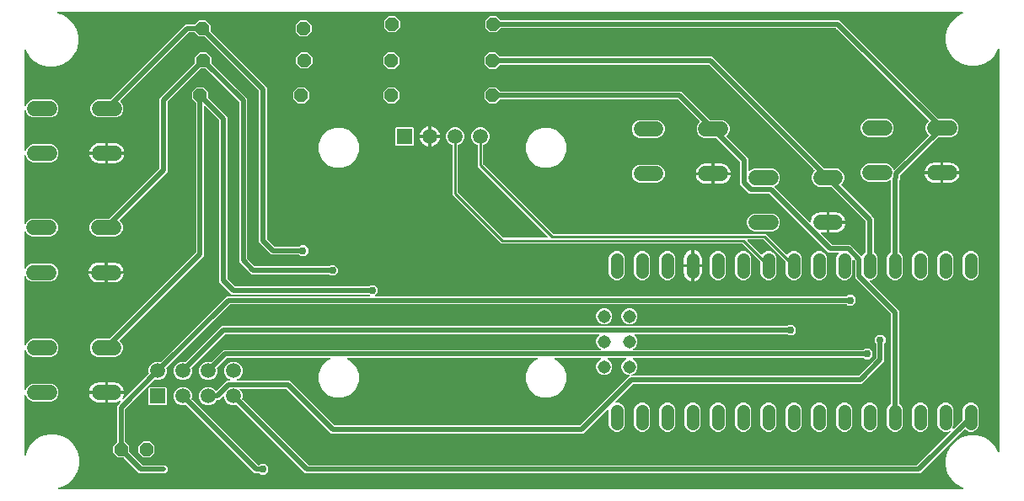
<source format=gbr>
G04 EAGLE Gerber RS-274X export*
G75*
%MOMM*%
%FSLAX34Y34*%
%LPD*%
%INTop Copper*%
%IPPOS*%
%AMOC8*
5,1,8,0,0,1.08239X$1,22.5*%
G01*
%ADD10R,1.508000X1.508000*%
%ADD11C,1.508000*%
%ADD12P,1.429621X8X202.500000*%
%ADD13P,1.429621X8X22.500000*%
%ADD14C,1.508000*%
%ADD15C,1.308000*%
%ADD16C,1.308000*%
%ADD17C,0.500000*%
%ADD18C,0.756400*%
%ADD19C,0.250000*%

G36*
X952466Y10165D02*
X952466Y10165D01*
X952490Y10162D01*
X952587Y10184D01*
X952685Y10200D01*
X952706Y10212D01*
X952730Y10217D01*
X952815Y10269D01*
X952902Y10316D01*
X952919Y10333D01*
X952940Y10346D01*
X953003Y10422D01*
X953072Y10494D01*
X953082Y10516D01*
X953097Y10534D01*
X953134Y10627D01*
X953175Y10717D01*
X953178Y10741D01*
X953187Y10763D01*
X953192Y10863D01*
X953203Y10961D01*
X953197Y10985D01*
X953199Y11009D01*
X953171Y11105D01*
X953150Y11202D01*
X953138Y11223D01*
X953131Y11246D01*
X953075Y11328D01*
X953024Y11413D01*
X953006Y11429D01*
X952992Y11449D01*
X952913Y11508D01*
X952837Y11573D01*
X952815Y11582D01*
X952796Y11596D01*
X952639Y11657D01*
X952516Y11690D01*
X946323Y15266D01*
X941266Y20323D01*
X937690Y26516D01*
X935839Y33424D01*
X935839Y40576D01*
X937690Y47484D01*
X941266Y53677D01*
X946323Y58734D01*
X952516Y62310D01*
X959424Y64161D01*
X966576Y64161D01*
X973484Y62310D01*
X979677Y58734D01*
X984734Y53677D01*
X988310Y47484D01*
X988343Y47361D01*
X988353Y47339D01*
X988357Y47315D01*
X988403Y47227D01*
X988444Y47137D01*
X988460Y47119D01*
X988472Y47098D01*
X988544Y47029D01*
X988611Y46956D01*
X988632Y46945D01*
X988650Y46928D01*
X988740Y46886D01*
X988827Y46839D01*
X988851Y46835D01*
X988873Y46825D01*
X988971Y46814D01*
X989070Y46796D01*
X989094Y46800D01*
X989117Y46797D01*
X989215Y46819D01*
X989313Y46834D01*
X989334Y46845D01*
X989358Y46850D01*
X989443Y46901D01*
X989531Y46946D01*
X989548Y46963D01*
X989569Y46976D01*
X989634Y47051D01*
X989703Y47123D01*
X989713Y47144D01*
X989729Y47163D01*
X989766Y47255D01*
X989809Y47345D01*
X989812Y47368D01*
X989821Y47391D01*
X989839Y47558D01*
X989839Y452442D01*
X989835Y452466D01*
X989838Y452490D01*
X989816Y452587D01*
X989800Y452685D01*
X989788Y452706D01*
X989783Y452730D01*
X989731Y452815D01*
X989684Y452902D01*
X989667Y452919D01*
X989654Y452940D01*
X989578Y453003D01*
X989506Y453072D01*
X989484Y453082D01*
X989466Y453097D01*
X989373Y453134D01*
X989283Y453175D01*
X989259Y453178D01*
X989237Y453187D01*
X989137Y453192D01*
X989039Y453203D01*
X989015Y453197D01*
X988991Y453199D01*
X988895Y453171D01*
X988798Y453150D01*
X988777Y453138D01*
X988754Y453131D01*
X988672Y453075D01*
X988587Y453024D01*
X988571Y453006D01*
X988551Y452992D01*
X988492Y452913D01*
X988427Y452837D01*
X988418Y452815D01*
X988404Y452796D01*
X988343Y452639D01*
X988310Y452516D01*
X984734Y446323D01*
X979677Y441266D01*
X973484Y437690D01*
X966576Y435839D01*
X959424Y435839D01*
X952516Y437690D01*
X946323Y441266D01*
X941266Y446323D01*
X937690Y452516D01*
X935839Y459424D01*
X935839Y466576D01*
X937690Y473484D01*
X941266Y479677D01*
X946323Y484734D01*
X952516Y488310D01*
X952639Y488343D01*
X952661Y488353D01*
X952685Y488357D01*
X952773Y488403D01*
X952863Y488444D01*
X952881Y488460D01*
X952902Y488472D01*
X952971Y488544D01*
X953044Y488611D01*
X953055Y488632D01*
X953072Y488650D01*
X953114Y488740D01*
X953161Y488827D01*
X953165Y488851D01*
X953175Y488873D01*
X953186Y488971D01*
X953204Y489070D01*
X953200Y489094D01*
X953203Y489117D01*
X953181Y489215D01*
X953166Y489313D01*
X953155Y489334D01*
X953150Y489358D01*
X953099Y489443D01*
X953054Y489531D01*
X953037Y489548D01*
X953024Y489569D01*
X952949Y489634D01*
X952877Y489703D01*
X952856Y489713D01*
X952837Y489729D01*
X952745Y489766D01*
X952655Y489809D01*
X952632Y489812D01*
X952609Y489821D01*
X952442Y489839D01*
X43826Y489839D01*
X43802Y489835D01*
X43778Y489838D01*
X43681Y489816D01*
X43583Y489800D01*
X43562Y489788D01*
X43538Y489783D01*
X43453Y489731D01*
X43365Y489684D01*
X43349Y489667D01*
X43328Y489654D01*
X43265Y489578D01*
X43196Y489506D01*
X43186Y489484D01*
X43171Y489466D01*
X43134Y489373D01*
X43092Y489283D01*
X43090Y489259D01*
X43081Y489237D01*
X43076Y489137D01*
X43065Y489039D01*
X43071Y489015D01*
X43069Y488991D01*
X43097Y488895D01*
X43118Y488798D01*
X43130Y488778D01*
X43137Y488754D01*
X43193Y488672D01*
X43244Y488587D01*
X43262Y488571D01*
X43276Y488552D01*
X43355Y488492D01*
X43431Y488427D01*
X43453Y488418D01*
X43472Y488404D01*
X43629Y488343D01*
X47484Y487310D01*
X53677Y483734D01*
X58734Y478677D01*
X62310Y472484D01*
X64161Y465576D01*
X64161Y458424D01*
X62310Y451516D01*
X58734Y445323D01*
X53677Y440266D01*
X47484Y436690D01*
X40576Y434839D01*
X33424Y434839D01*
X26516Y436690D01*
X20323Y440266D01*
X15266Y445323D01*
X11690Y451516D01*
X11657Y451639D01*
X11647Y451661D01*
X11643Y451685D01*
X11597Y451773D01*
X11556Y451863D01*
X11540Y451881D01*
X11528Y451902D01*
X11456Y451971D01*
X11389Y452044D01*
X11368Y452055D01*
X11350Y452072D01*
X11260Y452114D01*
X11173Y452161D01*
X11149Y452165D01*
X11127Y452175D01*
X11029Y452186D01*
X10930Y452204D01*
X10906Y452200D01*
X10883Y452203D01*
X10785Y452181D01*
X10687Y452166D01*
X10666Y452155D01*
X10642Y452150D01*
X10557Y452099D01*
X10469Y452054D01*
X10452Y452037D01*
X10431Y452024D01*
X10366Y451949D01*
X10297Y451877D01*
X10287Y451856D01*
X10271Y451837D01*
X10234Y451745D01*
X10191Y451655D01*
X10188Y451632D01*
X10179Y451609D01*
X10161Y451442D01*
X10161Y395891D01*
X10176Y395795D01*
X10186Y395698D01*
X10196Y395674D01*
X10200Y395648D01*
X10246Y395562D01*
X10286Y395473D01*
X10303Y395454D01*
X10316Y395431D01*
X10386Y395364D01*
X10452Y395292D01*
X10475Y395280D01*
X10494Y395262D01*
X10582Y395221D01*
X10668Y395174D01*
X10693Y395169D01*
X10717Y395158D01*
X10814Y395147D01*
X10910Y395130D01*
X10936Y395134D01*
X10961Y395131D01*
X11057Y395152D01*
X11153Y395166D01*
X11176Y395178D01*
X11202Y395183D01*
X11285Y395233D01*
X11372Y395277D01*
X11391Y395296D01*
X11413Y395309D01*
X11476Y395383D01*
X11544Y395453D01*
X11560Y395481D01*
X11573Y395496D01*
X11585Y395527D01*
X11625Y395600D01*
X12675Y398135D01*
X15225Y400685D01*
X18557Y402065D01*
X37243Y402065D01*
X40575Y400685D01*
X43125Y398135D01*
X44505Y394803D01*
X44505Y391197D01*
X43125Y387865D01*
X40575Y385315D01*
X37243Y383935D01*
X18557Y383935D01*
X15225Y385315D01*
X12675Y387865D01*
X11625Y390400D01*
X11574Y390483D01*
X11528Y390569D01*
X11510Y390587D01*
X11496Y390609D01*
X11420Y390672D01*
X11350Y390738D01*
X11326Y390749D01*
X11306Y390766D01*
X11215Y390801D01*
X11127Y390842D01*
X11101Y390845D01*
X11077Y390854D01*
X10979Y390858D01*
X10883Y390869D01*
X10857Y390864D01*
X10831Y390865D01*
X10737Y390838D01*
X10642Y390817D01*
X10620Y390803D01*
X10595Y390796D01*
X10515Y390741D01*
X10431Y390691D01*
X10414Y390671D01*
X10393Y390656D01*
X10334Y390578D01*
X10271Y390504D01*
X10261Y390479D01*
X10246Y390459D01*
X10216Y390366D01*
X10179Y390276D01*
X10176Y390243D01*
X10170Y390225D01*
X10170Y390192D01*
X10161Y390109D01*
X10161Y350891D01*
X10176Y350795D01*
X10186Y350698D01*
X10196Y350674D01*
X10200Y350648D01*
X10246Y350562D01*
X10286Y350473D01*
X10303Y350454D01*
X10316Y350431D01*
X10386Y350364D01*
X10452Y350292D01*
X10475Y350280D01*
X10494Y350262D01*
X10582Y350221D01*
X10668Y350174D01*
X10693Y350169D01*
X10717Y350158D01*
X10814Y350147D01*
X10910Y350130D01*
X10936Y350134D01*
X10961Y350131D01*
X11057Y350152D01*
X11153Y350166D01*
X11176Y350178D01*
X11202Y350183D01*
X11285Y350233D01*
X11372Y350277D01*
X11391Y350296D01*
X11413Y350309D01*
X11476Y350383D01*
X11544Y350453D01*
X11560Y350481D01*
X11573Y350496D01*
X11585Y350527D01*
X11625Y350600D01*
X12675Y353135D01*
X15225Y355685D01*
X18557Y357065D01*
X37243Y357065D01*
X40575Y355685D01*
X43125Y353135D01*
X44505Y349803D01*
X44505Y346197D01*
X43125Y342865D01*
X40575Y340315D01*
X37243Y338935D01*
X18557Y338935D01*
X15225Y340315D01*
X12675Y342865D01*
X11625Y345400D01*
X11574Y345483D01*
X11528Y345569D01*
X11510Y345587D01*
X11496Y345609D01*
X11420Y345672D01*
X11350Y345738D01*
X11326Y345749D01*
X11306Y345766D01*
X11215Y345801D01*
X11127Y345842D01*
X11101Y345845D01*
X11077Y345854D01*
X10979Y345858D01*
X10883Y345869D01*
X10857Y345864D01*
X10831Y345865D01*
X10737Y345838D01*
X10642Y345817D01*
X10620Y345803D01*
X10595Y345796D01*
X10515Y345741D01*
X10431Y345691D01*
X10414Y345671D01*
X10393Y345656D01*
X10334Y345578D01*
X10271Y345504D01*
X10261Y345479D01*
X10246Y345459D01*
X10216Y345366D01*
X10179Y345276D01*
X10176Y345243D01*
X10170Y345225D01*
X10170Y345192D01*
X10161Y345109D01*
X10161Y277340D01*
X10163Y277328D01*
X10162Y277320D01*
X10171Y277279D01*
X10176Y277244D01*
X10186Y277147D01*
X10196Y277123D01*
X10200Y277097D01*
X10246Y277011D01*
X10286Y276922D01*
X10303Y276903D01*
X10316Y276880D01*
X10386Y276813D01*
X10452Y276741D01*
X10475Y276728D01*
X10494Y276710D01*
X10582Y276669D01*
X10668Y276622D01*
X10693Y276618D01*
X10717Y276607D01*
X10814Y276596D01*
X10910Y276578D01*
X10936Y276582D01*
X10961Y276579D01*
X11057Y276600D01*
X11153Y276614D01*
X11176Y276626D01*
X11202Y276632D01*
X11285Y276682D01*
X11372Y276726D01*
X11391Y276744D01*
X11413Y276758D01*
X11476Y276832D01*
X11544Y276901D01*
X11560Y276930D01*
X11573Y276945D01*
X11585Y276976D01*
X11625Y277048D01*
X12075Y278135D01*
X14625Y280685D01*
X17957Y282065D01*
X36643Y282065D01*
X39975Y280685D01*
X42525Y278135D01*
X43905Y274803D01*
X43905Y271197D01*
X42525Y267865D01*
X39975Y265315D01*
X36643Y263935D01*
X17957Y263935D01*
X14625Y265315D01*
X12075Y267865D01*
X11625Y268952D01*
X11574Y269035D01*
X11528Y269120D01*
X11509Y269138D01*
X11496Y269161D01*
X11421Y269223D01*
X11350Y269290D01*
X11326Y269301D01*
X11306Y269318D01*
X11215Y269352D01*
X11127Y269393D01*
X11101Y269396D01*
X11077Y269406D01*
X10979Y269410D01*
X10883Y269421D01*
X10857Y269415D01*
X10831Y269416D01*
X10737Y269389D01*
X10642Y269368D01*
X10620Y269355D01*
X10595Y269348D01*
X10515Y269292D01*
X10431Y269242D01*
X10414Y269222D01*
X10393Y269207D01*
X10334Y269129D01*
X10271Y269055D01*
X10261Y269031D01*
X10246Y269010D01*
X10216Y268917D01*
X10179Y268827D01*
X10176Y268795D01*
X10170Y268776D01*
X10170Y268743D01*
X10161Y268660D01*
X10161Y232340D01*
X10176Y232244D01*
X10186Y232147D01*
X10196Y232123D01*
X10200Y232097D01*
X10246Y232011D01*
X10286Y231922D01*
X10303Y231903D01*
X10316Y231879D01*
X10386Y231813D01*
X10452Y231741D01*
X10475Y231728D01*
X10494Y231710D01*
X10582Y231669D01*
X10668Y231622D01*
X10693Y231617D01*
X10717Y231606D01*
X10814Y231596D01*
X10910Y231578D01*
X10936Y231582D01*
X10961Y231579D01*
X11056Y231600D01*
X11153Y231614D01*
X11176Y231626D01*
X11202Y231632D01*
X11286Y231682D01*
X11372Y231726D01*
X11390Y231744D01*
X11413Y231758D01*
X11476Y231832D01*
X11544Y231901D01*
X11560Y231930D01*
X11573Y231945D01*
X11585Y231976D01*
X11625Y232048D01*
X12075Y233135D01*
X14625Y235685D01*
X17957Y237065D01*
X36643Y237065D01*
X39975Y235685D01*
X42525Y233135D01*
X43905Y229803D01*
X43905Y226197D01*
X42525Y222865D01*
X39975Y220315D01*
X36643Y218935D01*
X17957Y218935D01*
X14625Y220315D01*
X12075Y222865D01*
X11625Y223952D01*
X11574Y224035D01*
X11528Y224121D01*
X11509Y224138D01*
X11496Y224161D01*
X11421Y224223D01*
X11350Y224290D01*
X11326Y224301D01*
X11306Y224318D01*
X11215Y224353D01*
X11127Y224394D01*
X11101Y224396D01*
X11077Y224406D01*
X10979Y224410D01*
X10883Y224421D01*
X10857Y224415D01*
X10831Y224416D01*
X10737Y224389D01*
X10642Y224368D01*
X10620Y224355D01*
X10595Y224348D01*
X10515Y224292D01*
X10431Y224242D01*
X10414Y224222D01*
X10393Y224207D01*
X10334Y224129D01*
X10271Y224055D01*
X10261Y224031D01*
X10246Y224010D01*
X10216Y223917D01*
X10179Y223827D01*
X10176Y223795D01*
X10170Y223776D01*
X10170Y223743D01*
X10161Y223660D01*
X10161Y155574D01*
X10176Y155478D01*
X10186Y155381D01*
X10196Y155357D01*
X10200Y155331D01*
X10246Y155245D01*
X10286Y155156D01*
X10303Y155137D01*
X10316Y155114D01*
X10386Y155047D01*
X10452Y154975D01*
X10475Y154962D01*
X10494Y154944D01*
X10582Y154903D01*
X10668Y154856D01*
X10693Y154852D01*
X10717Y154841D01*
X10814Y154830D01*
X10910Y154813D01*
X10936Y154817D01*
X10961Y154814D01*
X11057Y154834D01*
X11153Y154849D01*
X11176Y154860D01*
X11202Y154866D01*
X11285Y154916D01*
X11372Y154960D01*
X11391Y154979D01*
X11413Y154992D01*
X11476Y155066D01*
X11544Y155136D01*
X11560Y155164D01*
X11573Y155179D01*
X11585Y155210D01*
X11625Y155283D01*
X12475Y157335D01*
X15025Y159885D01*
X18357Y161265D01*
X37043Y161265D01*
X40375Y159885D01*
X42925Y157335D01*
X44305Y154003D01*
X44305Y150397D01*
X42925Y147065D01*
X40375Y144515D01*
X37043Y143135D01*
X18357Y143135D01*
X15025Y144515D01*
X12475Y147065D01*
X11625Y149117D01*
X11574Y149200D01*
X11528Y149286D01*
X11510Y149304D01*
X11496Y149326D01*
X11420Y149389D01*
X11350Y149456D01*
X11326Y149467D01*
X11306Y149483D01*
X11215Y149518D01*
X11127Y149559D01*
X11101Y149562D01*
X11077Y149571D01*
X10979Y149576D01*
X10883Y149586D01*
X10857Y149581D01*
X10831Y149582D01*
X10737Y149555D01*
X10642Y149534D01*
X10620Y149521D01*
X10595Y149513D01*
X10515Y149458D01*
X10431Y149408D01*
X10414Y149388D01*
X10393Y149373D01*
X10334Y149295D01*
X10271Y149221D01*
X10261Y149197D01*
X10246Y149176D01*
X10216Y149083D01*
X10179Y148993D01*
X10176Y148960D01*
X10170Y148942D01*
X10170Y148909D01*
X10161Y148826D01*
X10161Y110574D01*
X10176Y110478D01*
X10186Y110381D01*
X10196Y110357D01*
X10200Y110331D01*
X10246Y110245D01*
X10286Y110156D01*
X10303Y110137D01*
X10316Y110114D01*
X10386Y110047D01*
X10452Y109975D01*
X10475Y109962D01*
X10494Y109944D01*
X10582Y109903D01*
X10668Y109856D01*
X10693Y109852D01*
X10717Y109841D01*
X10814Y109830D01*
X10910Y109813D01*
X10936Y109817D01*
X10961Y109814D01*
X11057Y109834D01*
X11153Y109849D01*
X11176Y109860D01*
X11202Y109866D01*
X11285Y109916D01*
X11372Y109960D01*
X11391Y109979D01*
X11413Y109992D01*
X11476Y110066D01*
X11544Y110136D01*
X11560Y110164D01*
X11573Y110179D01*
X11585Y110210D01*
X11625Y110283D01*
X12475Y112335D01*
X15025Y114885D01*
X18357Y116265D01*
X37043Y116265D01*
X40375Y114885D01*
X42925Y112335D01*
X44305Y109003D01*
X44305Y105397D01*
X42925Y102065D01*
X40375Y99515D01*
X37043Y98135D01*
X18357Y98135D01*
X15025Y99515D01*
X12475Y102065D01*
X11625Y104117D01*
X11574Y104200D01*
X11528Y104286D01*
X11510Y104304D01*
X11496Y104326D01*
X11420Y104389D01*
X11350Y104456D01*
X11326Y104467D01*
X11306Y104483D01*
X11215Y104518D01*
X11127Y104559D01*
X11101Y104562D01*
X11077Y104571D01*
X10979Y104576D01*
X10883Y104586D01*
X10857Y104581D01*
X10831Y104582D01*
X10737Y104555D01*
X10642Y104534D01*
X10620Y104521D01*
X10595Y104513D01*
X10515Y104458D01*
X10431Y104408D01*
X10414Y104388D01*
X10393Y104373D01*
X10334Y104295D01*
X10271Y104221D01*
X10261Y104197D01*
X10246Y104176D01*
X10216Y104083D01*
X10179Y103993D01*
X10176Y103960D01*
X10170Y103942D01*
X10170Y103909D01*
X10161Y103826D01*
X10161Y44826D01*
X10165Y44802D01*
X10162Y44778D01*
X10184Y44681D01*
X10200Y44583D01*
X10212Y44562D01*
X10217Y44538D01*
X10269Y44453D01*
X10316Y44365D01*
X10333Y44349D01*
X10346Y44328D01*
X10422Y44265D01*
X10494Y44196D01*
X10516Y44186D01*
X10534Y44171D01*
X10627Y44134D01*
X10717Y44092D01*
X10741Y44090D01*
X10763Y44081D01*
X10863Y44076D01*
X10961Y44065D01*
X10985Y44071D01*
X11009Y44069D01*
X11105Y44097D01*
X11202Y44118D01*
X11222Y44130D01*
X11246Y44137D01*
X11328Y44193D01*
X11413Y44244D01*
X11429Y44262D01*
X11448Y44276D01*
X11508Y44355D01*
X11573Y44431D01*
X11582Y44453D01*
X11596Y44472D01*
X11657Y44629D01*
X12690Y48484D01*
X16266Y54677D01*
X21323Y59734D01*
X27516Y63310D01*
X34424Y65161D01*
X41576Y65161D01*
X48484Y63310D01*
X54677Y59734D01*
X59734Y54677D01*
X63310Y48484D01*
X65161Y41576D01*
X65161Y34424D01*
X63310Y27516D01*
X59734Y21323D01*
X54677Y16266D01*
X48484Y12690D01*
X44629Y11657D01*
X44607Y11647D01*
X44583Y11643D01*
X44495Y11597D01*
X44404Y11556D01*
X44387Y11540D01*
X44365Y11528D01*
X44297Y11456D01*
X44224Y11389D01*
X44213Y11368D01*
X44196Y11350D01*
X44154Y11260D01*
X44107Y11173D01*
X44103Y11149D01*
X44092Y11127D01*
X44082Y11028D01*
X44064Y10930D01*
X44068Y10906D01*
X44065Y10883D01*
X44086Y10786D01*
X44101Y10687D01*
X44113Y10666D01*
X44118Y10642D01*
X44169Y10557D01*
X44214Y10468D01*
X44231Y10452D01*
X44244Y10431D01*
X44319Y10366D01*
X44391Y10297D01*
X44412Y10287D01*
X44431Y10271D01*
X44523Y10234D01*
X44613Y10191D01*
X44636Y10188D01*
X44659Y10179D01*
X44826Y10161D01*
X952442Y10161D01*
X952466Y10165D01*
G37*
%LPC*%
G36*
X292033Y25975D02*
X292033Y25975D01*
X289452Y28556D01*
X223373Y94635D01*
X223278Y94703D01*
X223184Y94773D01*
X223178Y94775D01*
X223173Y94779D01*
X223062Y94813D01*
X222950Y94850D01*
X222944Y94849D01*
X222938Y94851D01*
X222821Y94848D01*
X222704Y94847D01*
X222697Y94845D01*
X222692Y94845D01*
X222675Y94839D01*
X222543Y94800D01*
X221903Y94535D01*
X218297Y94535D01*
X214965Y95915D01*
X212415Y98465D01*
X211035Y101797D01*
X211035Y103360D01*
X211024Y103430D01*
X211022Y103502D01*
X211004Y103551D01*
X210996Y103602D01*
X210962Y103666D01*
X210937Y103733D01*
X210905Y103774D01*
X210880Y103820D01*
X210828Y103869D01*
X210784Y103925D01*
X210740Y103953D01*
X210702Y103989D01*
X210637Y104019D01*
X210577Y104058D01*
X210526Y104071D01*
X210479Y104093D01*
X210408Y104101D01*
X210338Y104118D01*
X210286Y104114D01*
X210235Y104120D01*
X210164Y104105D01*
X210093Y104099D01*
X210045Y104079D01*
X209994Y104068D01*
X209933Y104031D01*
X209867Y104003D01*
X209811Y103958D01*
X209783Y103941D01*
X209768Y103924D01*
X209736Y103898D01*
X205413Y99575D01*
X203353Y99575D01*
X203239Y99557D01*
X203122Y99539D01*
X203117Y99537D01*
X203110Y99536D01*
X203007Y99481D01*
X202903Y99428D01*
X202899Y99423D01*
X202893Y99420D01*
X202812Y99335D01*
X202731Y99252D01*
X202727Y99246D01*
X202724Y99242D01*
X202716Y99225D01*
X202650Y99105D01*
X202385Y98465D01*
X199835Y95915D01*
X196503Y94535D01*
X192897Y94535D01*
X189565Y95915D01*
X187015Y98465D01*
X185635Y101797D01*
X185635Y105403D01*
X187015Y108735D01*
X189565Y111285D01*
X192897Y112665D01*
X196503Y112665D01*
X199835Y111285D01*
X202249Y108871D01*
X202265Y108859D01*
X202277Y108844D01*
X202364Y108788D01*
X202448Y108727D01*
X202467Y108722D01*
X202484Y108711D01*
X202585Y108685D01*
X202683Y108655D01*
X202703Y108656D01*
X202723Y108651D01*
X202826Y108659D01*
X202929Y108661D01*
X202948Y108668D01*
X202968Y108670D01*
X203063Y108710D01*
X203160Y108746D01*
X203176Y108758D01*
X203194Y108766D01*
X203325Y108871D01*
X211062Y116608D01*
X213643Y119189D01*
X216272Y119189D01*
X216368Y119204D01*
X216465Y119214D01*
X216489Y119224D01*
X216515Y119228D01*
X216601Y119274D01*
X216690Y119314D01*
X216709Y119331D01*
X216732Y119344D01*
X216799Y119414D01*
X216871Y119480D01*
X216884Y119503D01*
X216902Y119522D01*
X216943Y119610D01*
X216990Y119696D01*
X216994Y119721D01*
X217005Y119745D01*
X217016Y119842D01*
X217033Y119938D01*
X217030Y119964D01*
X217032Y119989D01*
X217012Y120085D01*
X216998Y120181D01*
X216986Y120204D01*
X216980Y120230D01*
X216930Y120313D01*
X216886Y120400D01*
X216867Y120419D01*
X216854Y120441D01*
X216780Y120504D01*
X216710Y120572D01*
X216682Y120588D01*
X216667Y120601D01*
X216636Y120613D01*
X216563Y120653D01*
X214965Y121315D01*
X212415Y123865D01*
X211035Y127197D01*
X211035Y130803D01*
X212415Y134135D01*
X214965Y136685D01*
X218297Y138065D01*
X221903Y138065D01*
X225235Y136685D01*
X227785Y134135D01*
X229165Y130803D01*
X229165Y127197D01*
X227785Y123865D01*
X225235Y121315D01*
X223637Y120653D01*
X223553Y120602D01*
X223468Y120556D01*
X223450Y120538D01*
X223427Y120524D01*
X223365Y120448D01*
X223298Y120378D01*
X223287Y120354D01*
X223271Y120334D01*
X223236Y120243D01*
X223195Y120155D01*
X223192Y120129D01*
X223182Y120105D01*
X223178Y120007D01*
X223168Y119911D01*
X223173Y119885D01*
X223172Y119859D01*
X223199Y119765D01*
X223220Y119670D01*
X223233Y119648D01*
X223241Y119623D01*
X223296Y119543D01*
X223346Y119459D01*
X223366Y119442D01*
X223381Y119421D01*
X223459Y119362D01*
X223533Y119299D01*
X223557Y119289D01*
X223578Y119274D01*
X223671Y119244D01*
X223761Y119207D01*
X223794Y119204D01*
X223812Y119198D01*
X223845Y119198D01*
X223928Y119189D01*
X276503Y119189D01*
X321444Y74248D01*
X321518Y74195D01*
X321588Y74135D01*
X321618Y74123D01*
X321644Y74104D01*
X321731Y74077D01*
X321816Y74043D01*
X321857Y74039D01*
X321879Y74032D01*
X321911Y74033D01*
X321982Y74025D01*
X568018Y74025D01*
X568108Y74039D01*
X568199Y74047D01*
X568228Y74059D01*
X568260Y74064D01*
X568341Y74107D01*
X568425Y74143D01*
X568457Y74169D01*
X568478Y74180D01*
X568500Y74203D01*
X568556Y74248D01*
X615752Y121444D01*
X618144Y123836D01*
X618186Y123894D01*
X618235Y123946D01*
X618257Y123993D01*
X618287Y124035D01*
X618309Y124104D01*
X618339Y124169D01*
X618344Y124221D01*
X618360Y124271D01*
X618358Y124342D01*
X618366Y124413D01*
X618355Y124464D01*
X618353Y124516D01*
X618329Y124584D01*
X618314Y124654D01*
X618287Y124699D01*
X618269Y124747D01*
X618224Y124803D01*
X618187Y124865D01*
X618148Y124899D01*
X618115Y124939D01*
X618055Y124978D01*
X618001Y125025D01*
X617952Y125044D01*
X617908Y125072D01*
X617839Y125090D01*
X617772Y125117D01*
X617701Y125125D01*
X617670Y125133D01*
X617647Y125131D01*
X617606Y125135D01*
X616496Y125135D01*
X613532Y126363D01*
X611263Y128632D01*
X610035Y131596D01*
X610035Y134804D01*
X611263Y137768D01*
X613532Y140037D01*
X614676Y140511D01*
X614759Y140562D01*
X614844Y140608D01*
X614862Y140626D01*
X614885Y140640D01*
X614947Y140716D01*
X615014Y140786D01*
X615025Y140810D01*
X615041Y140830D01*
X615076Y140921D01*
X615117Y141009D01*
X615120Y141035D01*
X615130Y141059D01*
X615134Y141157D01*
X615144Y141253D01*
X615139Y141279D01*
X615140Y141305D01*
X615113Y141399D01*
X615092Y141494D01*
X615079Y141516D01*
X615071Y141541D01*
X615016Y141621D01*
X614966Y141705D01*
X614946Y141722D01*
X614931Y141743D01*
X614853Y141802D01*
X614779Y141865D01*
X614755Y141875D01*
X614734Y141890D01*
X614641Y141920D01*
X614551Y141957D01*
X614518Y141960D01*
X614500Y141966D01*
X614467Y141966D01*
X614384Y141975D01*
X596416Y141975D01*
X596320Y141960D01*
X596223Y141950D01*
X596199Y141940D01*
X596173Y141936D01*
X596087Y141890D01*
X595998Y141850D01*
X595979Y141833D01*
X595956Y141820D01*
X595889Y141750D01*
X595817Y141684D01*
X595804Y141661D01*
X595786Y141642D01*
X595745Y141554D01*
X595698Y141468D01*
X595694Y141443D01*
X595683Y141419D01*
X595672Y141322D01*
X595655Y141226D01*
X595658Y141200D01*
X595656Y141175D01*
X595676Y141079D01*
X595690Y140983D01*
X595702Y140960D01*
X595708Y140934D01*
X595758Y140851D01*
X595802Y140764D01*
X595821Y140745D01*
X595834Y140723D01*
X595908Y140660D01*
X595977Y140592D01*
X596006Y140576D01*
X596021Y140563D01*
X596052Y140551D01*
X596124Y140511D01*
X597268Y140037D01*
X599537Y137768D01*
X600765Y134804D01*
X600765Y131596D01*
X599537Y128632D01*
X597268Y126363D01*
X594304Y125135D01*
X591096Y125135D01*
X588132Y126363D01*
X585863Y128632D01*
X584635Y131596D01*
X584635Y134804D01*
X585863Y137768D01*
X588132Y140037D01*
X589276Y140511D01*
X589359Y140562D01*
X589444Y140608D01*
X589462Y140626D01*
X589485Y140640D01*
X589547Y140716D01*
X589614Y140786D01*
X589625Y140810D01*
X589641Y140830D01*
X589676Y140921D01*
X589717Y141009D01*
X589720Y141035D01*
X589730Y141059D01*
X589734Y141157D01*
X589744Y141253D01*
X589739Y141279D01*
X589740Y141305D01*
X589713Y141399D01*
X589692Y141494D01*
X589679Y141516D01*
X589671Y141541D01*
X589616Y141621D01*
X589566Y141705D01*
X589546Y141722D01*
X589531Y141743D01*
X589453Y141802D01*
X589379Y141865D01*
X589355Y141875D01*
X589334Y141890D01*
X589241Y141920D01*
X589151Y141957D01*
X589118Y141960D01*
X589100Y141966D01*
X589067Y141966D01*
X588984Y141975D01*
X543080Y141975D01*
X542984Y141960D01*
X542887Y141950D01*
X542863Y141940D01*
X542837Y141936D01*
X542752Y141890D01*
X542662Y141850D01*
X542643Y141833D01*
X542620Y141820D01*
X542553Y141750D01*
X542481Y141684D01*
X542469Y141661D01*
X542451Y141642D01*
X542410Y141554D01*
X542363Y141468D01*
X542358Y141443D01*
X542347Y141419D01*
X542336Y141322D01*
X542319Y141226D01*
X542323Y141200D01*
X542320Y141175D01*
X542341Y141079D01*
X542355Y140983D01*
X542367Y140960D01*
X542372Y140934D01*
X542422Y140851D01*
X542466Y140764D01*
X542485Y140745D01*
X542498Y140723D01*
X542572Y140660D01*
X542642Y140592D01*
X542671Y140576D01*
X542685Y140563D01*
X542716Y140551D01*
X542789Y140511D01*
X545660Y139321D01*
X551331Y133650D01*
X554401Y126240D01*
X554401Y118220D01*
X551331Y110810D01*
X545660Y105139D01*
X538250Y102069D01*
X530230Y102069D01*
X522820Y105139D01*
X517149Y110810D01*
X514079Y118220D01*
X514079Y126240D01*
X517149Y133650D01*
X522820Y139321D01*
X525691Y140511D01*
X525774Y140562D01*
X525860Y140608D01*
X525878Y140626D01*
X525900Y140640D01*
X525962Y140716D01*
X526029Y140786D01*
X526040Y140810D01*
X526057Y140830D01*
X526092Y140921D01*
X526133Y141009D01*
X526136Y141035D01*
X526145Y141059D01*
X526149Y141157D01*
X526160Y141253D01*
X526154Y141279D01*
X526156Y141305D01*
X526128Y141399D01*
X526108Y141494D01*
X526094Y141516D01*
X526087Y141541D01*
X526032Y141621D01*
X525982Y141705D01*
X525962Y141722D01*
X525947Y141743D01*
X525869Y141802D01*
X525795Y141865D01*
X525770Y141875D01*
X525749Y141890D01*
X525657Y141920D01*
X525566Y141957D01*
X525534Y141960D01*
X525516Y141966D01*
X525482Y141966D01*
X525400Y141975D01*
X334800Y141975D01*
X334704Y141960D01*
X334607Y141950D01*
X334583Y141940D01*
X334557Y141936D01*
X334472Y141890D01*
X334382Y141850D01*
X334363Y141833D01*
X334340Y141820D01*
X334273Y141750D01*
X334201Y141684D01*
X334189Y141661D01*
X334171Y141642D01*
X334130Y141554D01*
X334083Y141468D01*
X334078Y141443D01*
X334067Y141419D01*
X334056Y141322D01*
X334039Y141226D01*
X334043Y141200D01*
X334040Y141175D01*
X334061Y141079D01*
X334075Y140983D01*
X334087Y140960D01*
X334092Y140934D01*
X334142Y140851D01*
X334186Y140764D01*
X334205Y140745D01*
X334218Y140723D01*
X334292Y140660D01*
X334362Y140592D01*
X334391Y140576D01*
X334405Y140563D01*
X334436Y140551D01*
X334509Y140511D01*
X337380Y139321D01*
X343051Y133650D01*
X346121Y126240D01*
X346121Y118220D01*
X343051Y110810D01*
X337380Y105139D01*
X329970Y102069D01*
X321950Y102069D01*
X314540Y105139D01*
X308869Y110810D01*
X305799Y118220D01*
X305799Y126240D01*
X308869Y133650D01*
X314540Y139321D01*
X317411Y140511D01*
X317494Y140562D01*
X317580Y140608D01*
X317598Y140626D01*
X317620Y140640D01*
X317682Y140716D01*
X317749Y140786D01*
X317760Y140810D01*
X317777Y140830D01*
X317812Y140921D01*
X317853Y141009D01*
X317856Y141035D01*
X317865Y141059D01*
X317869Y141157D01*
X317880Y141253D01*
X317874Y141279D01*
X317876Y141305D01*
X317848Y141399D01*
X317828Y141494D01*
X317814Y141516D01*
X317807Y141541D01*
X317752Y141621D01*
X317702Y141705D01*
X317682Y141722D01*
X317667Y141743D01*
X317589Y141802D01*
X317515Y141865D01*
X317490Y141875D01*
X317469Y141890D01*
X317377Y141920D01*
X317286Y141957D01*
X317254Y141960D01*
X317236Y141966D01*
X317202Y141966D01*
X317120Y141975D01*
X213682Y141975D01*
X213592Y141961D01*
X213501Y141953D01*
X213472Y141941D01*
X213440Y141936D01*
X213359Y141893D01*
X213275Y141857D01*
X213243Y141831D01*
X213222Y141820D01*
X213200Y141797D01*
X213144Y141752D01*
X203665Y132273D01*
X203596Y132178D01*
X203527Y132084D01*
X203525Y132078D01*
X203521Y132073D01*
X203486Y131961D01*
X203450Y131850D01*
X203451Y131844D01*
X203449Y131838D01*
X203452Y131721D01*
X203453Y131604D01*
X203455Y131597D01*
X203455Y131592D01*
X203461Y131575D01*
X203500Y131443D01*
X203765Y130803D01*
X203765Y127197D01*
X202385Y123865D01*
X199835Y121315D01*
X196503Y119935D01*
X192897Y119935D01*
X189565Y121315D01*
X187015Y123865D01*
X185635Y127197D01*
X185635Y130803D01*
X187015Y134135D01*
X189565Y136685D01*
X192897Y138065D01*
X196503Y138065D01*
X197143Y137800D01*
X197257Y137773D01*
X197370Y137744D01*
X197377Y137745D01*
X197383Y137743D01*
X197499Y137754D01*
X197616Y137763D01*
X197621Y137766D01*
X197628Y137767D01*
X197735Y137814D01*
X197842Y137860D01*
X197848Y137864D01*
X197852Y137867D01*
X197866Y137879D01*
X197973Y137965D01*
X207452Y147444D01*
X210033Y150025D01*
X588501Y150025D01*
X588597Y150040D01*
X588694Y150050D01*
X588718Y150060D01*
X588744Y150064D01*
X588830Y150110D01*
X588919Y150150D01*
X588938Y150167D01*
X588962Y150180D01*
X589028Y150250D01*
X589100Y150316D01*
X589113Y150339D01*
X589131Y150358D01*
X589172Y150446D01*
X589219Y150532D01*
X589224Y150557D01*
X589235Y150581D01*
X589245Y150678D01*
X589263Y150774D01*
X589259Y150800D01*
X589262Y150825D01*
X589241Y150920D01*
X589227Y151017D01*
X589215Y151040D01*
X589209Y151066D01*
X589159Y151150D01*
X589115Y151236D01*
X589097Y151254D01*
X589083Y151277D01*
X589009Y151340D01*
X588940Y151408D01*
X588911Y151424D01*
X588896Y151437D01*
X588866Y151449D01*
X588793Y151489D01*
X588132Y151763D01*
X585863Y154032D01*
X584635Y156996D01*
X584635Y160204D01*
X585863Y163168D01*
X587371Y164676D01*
X587412Y164734D01*
X587462Y164786D01*
X587484Y164833D01*
X587514Y164875D01*
X587535Y164944D01*
X587565Y165009D01*
X587571Y165061D01*
X587586Y165111D01*
X587585Y165182D01*
X587592Y165253D01*
X587581Y165304D01*
X587580Y165356D01*
X587555Y165424D01*
X587540Y165494D01*
X587513Y165539D01*
X587496Y165587D01*
X587451Y165643D01*
X587414Y165705D01*
X587374Y165739D01*
X587342Y165779D01*
X587282Y165818D01*
X587227Y165865D01*
X587179Y165884D01*
X587135Y165912D01*
X587066Y165930D01*
X586999Y165957D01*
X586928Y165965D01*
X586896Y165973D01*
X586873Y165971D01*
X586832Y165975D01*
X212282Y165975D01*
X212192Y165961D01*
X212101Y165953D01*
X212072Y165941D01*
X212040Y165936D01*
X211959Y165893D01*
X211875Y165857D01*
X211843Y165831D01*
X211822Y165820D01*
X211800Y165797D01*
X211744Y165752D01*
X178265Y132273D01*
X178197Y132178D01*
X178127Y132084D01*
X178125Y132078D01*
X178121Y132073D01*
X178086Y131961D01*
X178050Y131850D01*
X178051Y131844D01*
X178049Y131838D01*
X178052Y131721D01*
X178053Y131604D01*
X178055Y131597D01*
X178055Y131592D01*
X178061Y131575D01*
X178100Y131443D01*
X178365Y130803D01*
X178365Y127197D01*
X176985Y123865D01*
X174435Y121315D01*
X171103Y119935D01*
X167497Y119935D01*
X164165Y121315D01*
X161615Y123865D01*
X160235Y127197D01*
X160235Y130803D01*
X161615Y134135D01*
X164165Y136685D01*
X167497Y138065D01*
X171103Y138065D01*
X171743Y137800D01*
X171857Y137773D01*
X171970Y137744D01*
X171977Y137745D01*
X171983Y137743D01*
X172099Y137754D01*
X172216Y137763D01*
X172221Y137766D01*
X172228Y137767D01*
X172335Y137814D01*
X172442Y137860D01*
X172448Y137864D01*
X172452Y137867D01*
X172466Y137879D01*
X172573Y137965D01*
X206052Y171444D01*
X208633Y174025D01*
X776205Y174025D01*
X776295Y174039D01*
X776386Y174047D01*
X776415Y174059D01*
X776447Y174064D01*
X776528Y174107D01*
X776612Y174143D01*
X776644Y174169D01*
X776665Y174180D01*
X776687Y174203D01*
X776743Y174248D01*
X777802Y175307D01*
X782198Y175307D01*
X785307Y172198D01*
X785307Y167802D01*
X782198Y164693D01*
X777802Y164693D01*
X776743Y165752D01*
X776669Y165805D01*
X776599Y165865D01*
X776569Y165877D01*
X776543Y165896D01*
X776456Y165923D01*
X776371Y165957D01*
X776330Y165961D01*
X776308Y165968D01*
X776276Y165967D01*
X776205Y165975D01*
X623968Y165975D01*
X623897Y165964D01*
X623825Y165962D01*
X623776Y165944D01*
X623725Y165936D01*
X623662Y165902D01*
X623594Y165877D01*
X623554Y165845D01*
X623508Y165820D01*
X623458Y165768D01*
X623402Y165724D01*
X623374Y165680D01*
X623338Y165642D01*
X623308Y165577D01*
X623269Y165517D01*
X623257Y165466D01*
X623235Y165419D01*
X623227Y165348D01*
X623209Y165278D01*
X623213Y165226D01*
X623208Y165175D01*
X623223Y165104D01*
X623228Y165033D01*
X623249Y164985D01*
X623260Y164934D01*
X623297Y164873D01*
X623325Y164807D01*
X623369Y164751D01*
X623386Y164723D01*
X623404Y164708D01*
X623429Y164676D01*
X624937Y163168D01*
X626165Y160204D01*
X626165Y156996D01*
X624937Y154032D01*
X622668Y151763D01*
X622007Y151489D01*
X621924Y151438D01*
X621839Y151392D01*
X621821Y151374D01*
X621798Y151360D01*
X621736Y151284D01*
X621669Y151214D01*
X621658Y151190D01*
X621641Y151170D01*
X621607Y151079D01*
X621566Y150991D01*
X621563Y150965D01*
X621553Y150941D01*
X621549Y150843D01*
X621538Y150747D01*
X621544Y150721D01*
X621543Y150695D01*
X621570Y150601D01*
X621591Y150506D01*
X621604Y150484D01*
X621611Y150459D01*
X621667Y150379D01*
X621717Y150295D01*
X621737Y150278D01*
X621752Y150257D01*
X621830Y150198D01*
X621904Y150135D01*
X621928Y150125D01*
X621949Y150110D01*
X622042Y150080D01*
X622132Y150043D01*
X622164Y150040D01*
X622183Y150034D01*
X622216Y150034D01*
X622299Y150025D01*
X853205Y150025D01*
X853295Y150039D01*
X853386Y150047D01*
X853415Y150059D01*
X853447Y150064D01*
X853528Y150107D01*
X853612Y150143D01*
X853644Y150169D01*
X853665Y150180D01*
X853687Y150203D01*
X853743Y150248D01*
X854802Y151307D01*
X859198Y151307D01*
X862307Y148198D01*
X862307Y143802D01*
X859198Y140693D01*
X854802Y140693D01*
X853743Y141752D01*
X853669Y141805D01*
X853599Y141865D01*
X853569Y141877D01*
X853543Y141896D01*
X853456Y141923D01*
X853371Y141957D01*
X853330Y141961D01*
X853308Y141968D01*
X853276Y141967D01*
X853205Y141975D01*
X621816Y141975D01*
X621720Y141960D01*
X621623Y141950D01*
X621599Y141940D01*
X621573Y141936D01*
X621487Y141890D01*
X621398Y141850D01*
X621379Y141833D01*
X621356Y141820D01*
X621289Y141750D01*
X621217Y141684D01*
X621204Y141661D01*
X621186Y141642D01*
X621145Y141554D01*
X621098Y141468D01*
X621094Y141443D01*
X621083Y141419D01*
X621072Y141322D01*
X621055Y141226D01*
X621058Y141200D01*
X621056Y141175D01*
X621076Y141079D01*
X621090Y140983D01*
X621102Y140960D01*
X621108Y140934D01*
X621158Y140851D01*
X621202Y140764D01*
X621221Y140745D01*
X621234Y140723D01*
X621308Y140660D01*
X621378Y140592D01*
X621406Y140576D01*
X621421Y140563D01*
X621452Y140551D01*
X621524Y140511D01*
X622668Y140037D01*
X624937Y137768D01*
X626165Y134804D01*
X626165Y131596D01*
X624937Y128632D01*
X622668Y126363D01*
X620559Y125489D01*
X620476Y125438D01*
X620390Y125392D01*
X620372Y125373D01*
X620350Y125360D01*
X620288Y125285D01*
X620221Y125214D01*
X620210Y125190D01*
X620193Y125170D01*
X620158Y125079D01*
X620117Y124991D01*
X620114Y124965D01*
X620105Y124941D01*
X620101Y124843D01*
X620090Y124747D01*
X620095Y124721D01*
X620094Y124695D01*
X620121Y124601D01*
X620142Y124506D01*
X620156Y124484D01*
X620163Y124459D01*
X620218Y124379D01*
X620268Y124295D01*
X620288Y124278D01*
X620303Y124257D01*
X620381Y124198D01*
X620455Y124135D01*
X620480Y124125D01*
X620501Y124110D01*
X620593Y124080D01*
X620683Y124043D01*
X620716Y124040D01*
X620734Y124034D01*
X620767Y124034D01*
X620850Y124025D01*
X848018Y124025D01*
X848108Y124039D01*
X848199Y124047D01*
X848228Y124059D01*
X848260Y124064D01*
X848341Y124107D01*
X848425Y124143D01*
X848457Y124169D01*
X848478Y124180D01*
X848500Y124203D01*
X848556Y124248D01*
X865752Y141444D01*
X865805Y141518D01*
X865865Y141588D01*
X865877Y141618D01*
X865896Y141644D01*
X865923Y141731D01*
X865957Y141816D01*
X865961Y141857D01*
X865968Y141879D01*
X865967Y141911D01*
X865975Y141982D01*
X865975Y156205D01*
X865961Y156295D01*
X865953Y156386D01*
X865941Y156415D01*
X865936Y156447D01*
X865893Y156528D01*
X865857Y156612D01*
X865831Y156644D01*
X865820Y156665D01*
X865797Y156687D01*
X865752Y156743D01*
X864693Y157802D01*
X864693Y162198D01*
X867802Y165307D01*
X872198Y165307D01*
X875307Y162198D01*
X875307Y157802D01*
X874248Y156743D01*
X874195Y156669D01*
X874135Y156599D01*
X874123Y156569D01*
X874104Y156543D01*
X874077Y156456D01*
X874043Y156371D01*
X874039Y156330D01*
X874032Y156308D01*
X874033Y156276D01*
X874025Y156205D01*
X874025Y138333D01*
X851667Y115975D01*
X621982Y115975D01*
X621892Y115961D01*
X621801Y115953D01*
X621772Y115941D01*
X621740Y115936D01*
X621659Y115893D01*
X621575Y115857D01*
X621543Y115831D01*
X621522Y115820D01*
X621521Y115820D01*
X621500Y115797D01*
X621444Y115752D01*
X603996Y98304D01*
X603954Y98246D01*
X603905Y98194D01*
X603883Y98147D01*
X603853Y98105D01*
X603831Y98036D01*
X603801Y97971D01*
X603795Y97919D01*
X603780Y97869D01*
X603782Y97798D01*
X603774Y97727D01*
X603785Y97676D01*
X603787Y97624D01*
X603811Y97556D01*
X603826Y97486D01*
X603853Y97441D01*
X603871Y97393D01*
X603916Y97337D01*
X603953Y97275D01*
X603992Y97241D01*
X604025Y97201D01*
X604085Y97162D01*
X604139Y97115D01*
X604188Y97096D01*
X604232Y97068D01*
X604301Y97050D01*
X604368Y97023D01*
X604439Y97015D01*
X604470Y97007D01*
X604493Y97009D01*
X604534Y97005D01*
X607004Y97005D01*
X609968Y95777D01*
X612237Y93508D01*
X613465Y90544D01*
X613465Y74256D01*
X612237Y71292D01*
X609968Y69023D01*
X607004Y67795D01*
X603796Y67795D01*
X600832Y69023D01*
X598563Y71292D01*
X597335Y74256D01*
X597335Y89806D01*
X597324Y89876D01*
X597322Y89948D01*
X597304Y89997D01*
X597296Y90048D01*
X597262Y90112D01*
X597237Y90179D01*
X597205Y90220D01*
X597180Y90266D01*
X597128Y90315D01*
X597084Y90371D01*
X597040Y90399D01*
X597002Y90435D01*
X596937Y90465D01*
X596877Y90504D01*
X596826Y90517D01*
X596779Y90539D01*
X596708Y90547D01*
X596638Y90564D01*
X596586Y90560D01*
X596535Y90566D01*
X596464Y90551D01*
X596393Y90545D01*
X596345Y90525D01*
X596294Y90514D01*
X596233Y90477D01*
X596167Y90449D01*
X596111Y90404D01*
X596083Y90387D01*
X596068Y90370D01*
X596036Y90344D01*
X574248Y68556D01*
X571667Y65975D01*
X318333Y65975D01*
X273392Y110916D01*
X273318Y110969D01*
X273248Y111029D01*
X273218Y111041D01*
X273192Y111060D01*
X273105Y111087D01*
X273020Y111121D01*
X272979Y111125D01*
X272957Y111132D01*
X272925Y111131D01*
X272854Y111139D01*
X227218Y111139D01*
X227147Y111128D01*
X227076Y111126D01*
X227027Y111108D01*
X226975Y111100D01*
X226912Y111066D01*
X226845Y111041D01*
X226804Y111009D01*
X226758Y110984D01*
X226709Y110932D01*
X226653Y110888D01*
X226624Y110844D01*
X226589Y110806D01*
X226558Y110741D01*
X226520Y110681D01*
X226507Y110630D01*
X226485Y110583D01*
X226477Y110512D01*
X226459Y110442D01*
X226464Y110390D01*
X226458Y110339D01*
X226473Y110268D01*
X226479Y110197D01*
X226499Y110149D01*
X226510Y110098D01*
X226547Y110037D01*
X226575Y109971D01*
X226620Y109915D01*
X226636Y109887D01*
X226654Y109872D01*
X226680Y109840D01*
X227785Y108735D01*
X229165Y105403D01*
X229165Y101797D01*
X228900Y101157D01*
X228873Y101043D01*
X228844Y100930D01*
X228845Y100923D01*
X228843Y100917D01*
X228854Y100800D01*
X228863Y100684D01*
X228866Y100679D01*
X228867Y100672D01*
X228914Y100565D01*
X228960Y100458D01*
X228964Y100452D01*
X228967Y100448D01*
X228979Y100434D01*
X229065Y100327D01*
X295144Y34248D01*
X295218Y34195D01*
X295288Y34135D01*
X295318Y34123D01*
X295344Y34104D01*
X295431Y34077D01*
X295516Y34043D01*
X295557Y34039D01*
X295579Y34032D01*
X295611Y34033D01*
X295682Y34025D01*
X906618Y34025D01*
X906708Y34039D01*
X906799Y34047D01*
X906828Y34059D01*
X906860Y34064D01*
X906941Y34107D01*
X907025Y34143D01*
X907057Y34169D01*
X907078Y34180D01*
X907100Y34203D01*
X907156Y34248D01*
X940472Y67564D01*
X940528Y67643D01*
X940591Y67718D01*
X940600Y67742D01*
X940615Y67763D01*
X940644Y67856D01*
X940679Y67947D01*
X940680Y67973D01*
X940688Y67998D01*
X940685Y68096D01*
X940689Y68193D01*
X940682Y68218D01*
X940681Y68244D01*
X940648Y68336D01*
X940621Y68429D01*
X940606Y68451D01*
X940597Y68475D01*
X940536Y68551D01*
X940480Y68631D01*
X940459Y68647D01*
X940443Y68667D01*
X940361Y68720D01*
X940283Y68778D01*
X940258Y68786D01*
X940236Y68800D01*
X940142Y68824D01*
X940049Y68854D01*
X940023Y68854D01*
X939998Y68860D01*
X939901Y68853D01*
X939803Y68852D01*
X939772Y68843D01*
X939752Y68841D01*
X939722Y68828D01*
X939642Y68805D01*
X937204Y67795D01*
X933996Y67795D01*
X931032Y69023D01*
X928763Y71292D01*
X927535Y74256D01*
X927535Y90544D01*
X928763Y93508D01*
X931032Y95777D01*
X933996Y97005D01*
X937204Y97005D01*
X940168Y95777D01*
X942437Y93508D01*
X943665Y90544D01*
X943665Y74256D01*
X942655Y71818D01*
X942633Y71723D01*
X942604Y71630D01*
X942605Y71604D01*
X942599Y71578D01*
X942608Y71482D01*
X942610Y71384D01*
X942619Y71360D01*
X942622Y71334D01*
X942661Y71245D01*
X942695Y71153D01*
X942711Y71133D01*
X942722Y71109D01*
X942788Y71037D01*
X942849Y70961D01*
X942871Y70947D01*
X942888Y70928D01*
X942974Y70881D01*
X943055Y70828D01*
X943081Y70822D01*
X943104Y70809D01*
X943200Y70792D01*
X943294Y70768D01*
X943320Y70770D01*
X943346Y70765D01*
X943442Y70780D01*
X943539Y70787D01*
X943563Y70797D01*
X943589Y70801D01*
X943676Y70845D01*
X943766Y70883D01*
X943791Y70904D01*
X943808Y70913D01*
X943832Y70936D01*
X943896Y70988D01*
X952712Y79804D01*
X952765Y79878D01*
X952825Y79948D01*
X952837Y79978D01*
X952856Y80004D01*
X952883Y80091D01*
X952917Y80176D01*
X952921Y80217D01*
X952928Y80239D01*
X952927Y80271D01*
X952935Y80342D01*
X952935Y90544D01*
X954163Y93508D01*
X956432Y95777D01*
X959396Y97005D01*
X962604Y97005D01*
X965568Y95777D01*
X967837Y93508D01*
X969065Y90544D01*
X969065Y74256D01*
X967837Y71292D01*
X965568Y69023D01*
X962604Y67795D01*
X959396Y67795D01*
X956432Y69023D01*
X955412Y70043D01*
X955395Y70055D01*
X955383Y70070D01*
X955296Y70126D01*
X955212Y70187D01*
X955193Y70193D01*
X955176Y70203D01*
X955076Y70229D01*
X954977Y70259D01*
X954957Y70259D01*
X954938Y70263D01*
X954835Y70255D01*
X954731Y70253D01*
X954712Y70246D01*
X954692Y70244D01*
X954597Y70204D01*
X954500Y70168D01*
X954484Y70156D01*
X954466Y70148D01*
X954335Y70043D01*
X912848Y28556D01*
X910267Y25975D01*
X292033Y25975D01*
G37*
%LPD*%
%LPC*%
G36*
X125633Y25975D02*
X125633Y25975D01*
X109960Y41648D01*
X109886Y41701D01*
X109816Y41761D01*
X109786Y41773D01*
X109760Y41792D01*
X109673Y41819D01*
X109588Y41853D01*
X109547Y41857D01*
X109525Y41864D01*
X109493Y41863D01*
X109422Y41871D01*
X103933Y41871D01*
X99171Y46633D01*
X99171Y53367D01*
X103052Y57248D01*
X103105Y57322D01*
X103165Y57391D01*
X103177Y57422D01*
X103196Y57448D01*
X103223Y57535D01*
X103257Y57620D01*
X103261Y57661D01*
X103268Y57683D01*
X103267Y57715D01*
X103275Y57786D01*
X103275Y94067D01*
X105856Y96648D01*
X106959Y97751D01*
X106996Y97803D01*
X107041Y97848D01*
X107068Y97902D01*
X107103Y97951D01*
X107121Y98012D01*
X107150Y98069D01*
X107157Y98128D01*
X107175Y98186D01*
X107173Y98250D01*
X107182Y98313D01*
X107170Y98372D01*
X107169Y98432D01*
X107147Y98492D01*
X107134Y98554D01*
X107105Y98606D01*
X107084Y98663D01*
X107044Y98713D01*
X107013Y98768D01*
X106968Y98808D01*
X106931Y98855D01*
X106877Y98889D01*
X106829Y98932D01*
X106774Y98955D01*
X106724Y98988D01*
X106662Y99003D01*
X106603Y99028D01*
X106543Y99033D01*
X106485Y99048D01*
X106421Y99043D01*
X106358Y99048D01*
X106300Y99033D01*
X106240Y99029D01*
X106181Y99004D01*
X106119Y98988D01*
X106044Y98945D01*
X106014Y98932D01*
X105994Y98917D01*
X105973Y98905D01*
X105523Y98578D01*
X104110Y97858D01*
X102601Y97367D01*
X101033Y97119D01*
X94223Y97119D01*
X94223Y105677D01*
X110205Y105677D01*
X110073Y104839D01*
X109582Y103330D01*
X108862Y101917D01*
X108535Y101467D01*
X108506Y101410D01*
X108469Y101358D01*
X108451Y101300D01*
X108424Y101247D01*
X108415Y101184D01*
X108397Y101123D01*
X108398Y101063D01*
X108390Y101003D01*
X108401Y100941D01*
X108403Y100877D01*
X108424Y100820D01*
X108434Y100761D01*
X108465Y100706D01*
X108487Y100646D01*
X108525Y100599D01*
X108554Y100547D01*
X108601Y100504D01*
X108641Y100454D01*
X108692Y100421D01*
X108736Y100381D01*
X108794Y100355D01*
X108848Y100321D01*
X108906Y100306D01*
X108961Y100282D01*
X109025Y100276D01*
X109087Y100261D01*
X109146Y100265D01*
X109206Y100260D01*
X109268Y100275D01*
X109332Y100280D01*
X109387Y100303D01*
X109445Y100317D01*
X109499Y100351D01*
X109558Y100376D01*
X109626Y100430D01*
X109654Y100448D01*
X109670Y100466D01*
X109689Y100481D01*
X134935Y125727D01*
X135003Y125822D01*
X135073Y125916D01*
X135075Y125922D01*
X135079Y125927D01*
X135113Y126038D01*
X135150Y126150D01*
X135149Y126156D01*
X135151Y126162D01*
X135148Y126279D01*
X135147Y126396D01*
X135145Y126403D01*
X135145Y126408D01*
X135139Y126425D01*
X135100Y126557D01*
X134835Y127197D01*
X134835Y130803D01*
X136215Y134135D01*
X138765Y136685D01*
X142097Y138065D01*
X145703Y138065D01*
X146343Y137800D01*
X146457Y137773D01*
X146570Y137744D01*
X146577Y137745D01*
X146583Y137743D01*
X146699Y137754D01*
X146815Y137763D01*
X146821Y137766D01*
X146827Y137767D01*
X146935Y137815D01*
X147042Y137860D01*
X147048Y137864D01*
X147052Y137866D01*
X147066Y137879D01*
X147173Y137965D01*
X213233Y204025D01*
X356633Y204025D01*
X356703Y204036D01*
X356775Y204038D01*
X356824Y204056D01*
X356875Y204064D01*
X356939Y204098D01*
X357006Y204123D01*
X357047Y204155D01*
X357093Y204180D01*
X357142Y204231D01*
X357198Y204276D01*
X357226Y204320D01*
X357262Y204358D01*
X357292Y204423D01*
X357331Y204483D01*
X357344Y204534D01*
X357366Y204581D01*
X357374Y204652D01*
X357391Y204722D01*
X357387Y204774D01*
X357393Y204825D01*
X357378Y204896D01*
X357372Y204967D01*
X357352Y205015D01*
X357341Y205066D01*
X357304Y205127D01*
X357276Y205193D01*
X357231Y205249D01*
X357214Y205277D01*
X357197Y205292D01*
X357171Y205324D01*
X356743Y205752D01*
X356669Y205806D01*
X356599Y205865D01*
X356569Y205877D01*
X356543Y205896D01*
X356456Y205923D01*
X356371Y205957D01*
X356330Y205961D01*
X356308Y205968D01*
X356276Y205967D01*
X356205Y205975D01*
X218333Y205975D01*
X215752Y208556D01*
X205975Y218333D01*
X205975Y380818D01*
X205961Y380908D01*
X205953Y380999D01*
X205941Y381028D01*
X205936Y381060D01*
X205893Y381141D01*
X205857Y381225D01*
X205831Y381257D01*
X205820Y381278D01*
X205797Y381300D01*
X205752Y381356D01*
X192024Y395084D01*
X191966Y395126D01*
X191914Y395175D01*
X191867Y395197D01*
X191825Y395227D01*
X191756Y395249D01*
X191691Y395279D01*
X191639Y395285D01*
X191589Y395300D01*
X191518Y395298D01*
X191447Y395306D01*
X191396Y395295D01*
X191344Y395293D01*
X191276Y395269D01*
X191206Y395254D01*
X191162Y395227D01*
X191113Y395209D01*
X191057Y395164D01*
X190995Y395127D01*
X190961Y395088D01*
X190921Y395055D01*
X190882Y394995D01*
X190835Y394941D01*
X190816Y394892D01*
X190788Y394848D01*
X190770Y394779D01*
X190743Y394712D01*
X190735Y394641D01*
X190727Y394610D01*
X190729Y394587D01*
X190725Y394546D01*
X190725Y244533D01*
X106264Y160072D01*
X106252Y160056D01*
X106237Y160043D01*
X106181Y159956D01*
X106120Y159872D01*
X106115Y159853D01*
X106104Y159837D01*
X106078Y159736D01*
X106048Y159637D01*
X106049Y159617D01*
X106044Y159598D01*
X106052Y159495D01*
X106054Y159391D01*
X106061Y159373D01*
X106063Y159353D01*
X106103Y159258D01*
X106139Y159160D01*
X106151Y159145D01*
X106159Y159126D01*
X106264Y158996D01*
X107925Y157335D01*
X109305Y154003D01*
X109305Y150397D01*
X107925Y147065D01*
X105375Y144515D01*
X102043Y143135D01*
X83357Y143135D01*
X80025Y144515D01*
X77475Y147065D01*
X76095Y150397D01*
X76095Y154003D01*
X77475Y157335D01*
X80025Y159885D01*
X83357Y161265D01*
X95758Y161265D01*
X95848Y161279D01*
X95939Y161287D01*
X95968Y161299D01*
X96000Y161304D01*
X96081Y161347D01*
X96165Y161383D01*
X96197Y161409D01*
X96218Y161420D01*
X96240Y161443D01*
X96296Y161488D01*
X182452Y247644D01*
X182505Y247718D01*
X182565Y247788D01*
X182577Y247818D01*
X182596Y247844D01*
X182623Y247931D01*
X182657Y248016D01*
X182661Y248057D01*
X182668Y248079D01*
X182667Y248111D01*
X182675Y248182D01*
X182675Y398314D01*
X182661Y398404D01*
X182653Y398495D01*
X182641Y398524D01*
X182636Y398556D01*
X182593Y398637D01*
X182557Y398721D01*
X182531Y398753D01*
X182520Y398774D01*
X182497Y398796D01*
X182452Y398852D01*
X178571Y402733D01*
X178571Y409467D01*
X183333Y414229D01*
X190067Y414229D01*
X194829Y409467D01*
X194829Y403978D01*
X194843Y403888D01*
X194851Y403797D01*
X194863Y403768D01*
X194868Y403736D01*
X194911Y403655D01*
X194947Y403571D01*
X194973Y403539D01*
X194984Y403518D01*
X195007Y403496D01*
X195052Y403440D01*
X211444Y387048D01*
X214025Y384467D01*
X214025Y221982D01*
X214039Y221892D01*
X214047Y221801D01*
X214059Y221772D01*
X214064Y221740D01*
X214107Y221659D01*
X214143Y221575D01*
X214169Y221543D01*
X214180Y221522D01*
X214203Y221500D01*
X214248Y221444D01*
X221444Y214248D01*
X221518Y214195D01*
X221588Y214135D01*
X221618Y214123D01*
X221644Y214104D01*
X221731Y214077D01*
X221816Y214043D01*
X221857Y214039D01*
X221879Y214032D01*
X221911Y214033D01*
X221982Y214025D01*
X356205Y214025D01*
X356295Y214039D01*
X356386Y214047D01*
X356415Y214059D01*
X356447Y214064D01*
X356528Y214107D01*
X356612Y214143D01*
X356644Y214169D01*
X356665Y214180D01*
X356687Y214203D01*
X356743Y214248D01*
X357802Y215307D01*
X362198Y215307D01*
X365307Y212198D01*
X365307Y207802D01*
X362829Y205324D01*
X362787Y205266D01*
X362738Y205214D01*
X362716Y205167D01*
X362686Y205125D01*
X362664Y205056D01*
X362634Y204991D01*
X362629Y204939D01*
X362613Y204889D01*
X362615Y204818D01*
X362607Y204747D01*
X362618Y204696D01*
X362620Y204644D01*
X362644Y204576D01*
X362659Y204506D01*
X362686Y204461D01*
X362704Y204413D01*
X362749Y204357D01*
X362786Y204295D01*
X362825Y204261D01*
X362858Y204221D01*
X362918Y204182D01*
X362973Y204135D01*
X363021Y204116D01*
X363065Y204088D01*
X363134Y204070D01*
X363201Y204043D01*
X363272Y204035D01*
X363303Y204027D01*
X363326Y204029D01*
X363367Y204025D01*
X836205Y204025D01*
X836295Y204039D01*
X836386Y204047D01*
X836415Y204059D01*
X836447Y204064D01*
X836528Y204107D01*
X836612Y204143D01*
X836644Y204169D01*
X836665Y204180D01*
X836687Y204203D01*
X836743Y204248D01*
X837802Y205307D01*
X842198Y205307D01*
X845307Y202198D01*
X845307Y197802D01*
X842198Y194693D01*
X837802Y194693D01*
X836743Y195752D01*
X836669Y195805D01*
X836599Y195865D01*
X836569Y195877D01*
X836543Y195896D01*
X836456Y195923D01*
X836371Y195957D01*
X836330Y195961D01*
X836308Y195968D01*
X836276Y195967D01*
X836205Y195975D01*
X216882Y195975D01*
X216792Y195961D01*
X216701Y195953D01*
X216672Y195941D01*
X216640Y195936D01*
X216559Y195893D01*
X216475Y195857D01*
X216443Y195831D01*
X216422Y195820D01*
X216400Y195797D01*
X216344Y195752D01*
X152865Y132273D01*
X152796Y132178D01*
X152727Y132084D01*
X152725Y132078D01*
X152721Y132073D01*
X152687Y131962D01*
X152650Y131850D01*
X152651Y131844D01*
X152649Y131838D01*
X152652Y131721D01*
X152653Y131604D01*
X152655Y131597D01*
X152655Y131592D01*
X152661Y131575D01*
X152700Y131443D01*
X152965Y130803D01*
X152965Y127197D01*
X151585Y123865D01*
X149035Y121315D01*
X145703Y119935D01*
X142097Y119935D01*
X141457Y120200D01*
X141343Y120227D01*
X141230Y120256D01*
X141223Y120255D01*
X141217Y120257D01*
X141101Y120246D01*
X140984Y120237D01*
X140979Y120234D01*
X140972Y120233D01*
X140865Y120186D01*
X140758Y120140D01*
X140752Y120136D01*
X140748Y120133D01*
X140734Y120121D01*
X140627Y120035D01*
X111548Y90956D01*
X111495Y90882D01*
X111435Y90812D01*
X111423Y90782D01*
X111404Y90756D01*
X111377Y90669D01*
X111343Y90584D01*
X111339Y90543D01*
X111332Y90521D01*
X111333Y90489D01*
X111325Y90418D01*
X111325Y57786D01*
X111339Y57696D01*
X111347Y57605D01*
X111359Y57576D01*
X111364Y57544D01*
X111407Y57463D01*
X111443Y57379D01*
X111469Y57347D01*
X111480Y57326D01*
X111503Y57304D01*
X111548Y57248D01*
X115429Y53367D01*
X115429Y47878D01*
X115443Y47788D01*
X115451Y47697D01*
X115463Y47668D01*
X115468Y47636D01*
X115511Y47555D01*
X115547Y47471D01*
X115573Y47439D01*
X115584Y47418D01*
X115607Y47396D01*
X115652Y47340D01*
X128744Y34248D01*
X128818Y34195D01*
X128888Y34135D01*
X128918Y34123D01*
X128944Y34104D01*
X129031Y34077D01*
X129116Y34043D01*
X129157Y34039D01*
X129179Y34032D01*
X129211Y34033D01*
X129282Y34025D01*
X151667Y34025D01*
X154025Y31667D01*
X154025Y28333D01*
X151667Y25975D01*
X125633Y25975D01*
G37*
%LPD*%
%LPC*%
G36*
X883196Y67795D02*
X883196Y67795D01*
X880232Y69023D01*
X877963Y71292D01*
X876735Y74256D01*
X876735Y90544D01*
X877963Y93508D01*
X880232Y95777D01*
X880305Y95807D01*
X880404Y95869D01*
X880505Y95929D01*
X880509Y95934D01*
X880514Y95937D01*
X880588Y96026D01*
X880665Y96116D01*
X880667Y96122D01*
X880671Y96127D01*
X880713Y96234D01*
X880757Y96344D01*
X880758Y96352D01*
X880759Y96356D01*
X880760Y96374D01*
X880775Y96511D01*
X880775Y185938D01*
X880761Y186028D01*
X880753Y186119D01*
X880741Y186149D01*
X880736Y186181D01*
X880693Y186261D01*
X880657Y186345D01*
X880631Y186377D01*
X880620Y186398D01*
X880597Y186420D01*
X880552Y186476D01*
X844811Y222217D01*
X844811Y239461D01*
X844797Y239552D01*
X844789Y239642D01*
X844777Y239672D01*
X844772Y239704D01*
X844729Y239785D01*
X844693Y239869D01*
X844667Y239901D01*
X844656Y239922D01*
X844633Y239944D01*
X844588Y240000D01*
X843364Y241224D01*
X843306Y241266D01*
X843254Y241315D01*
X843207Y241337D01*
X843165Y241367D01*
X843096Y241388D01*
X843031Y241419D01*
X842979Y241424D01*
X842929Y241440D01*
X842858Y241438D01*
X842787Y241446D01*
X842736Y241435D01*
X842684Y241433D01*
X842616Y241409D01*
X842546Y241393D01*
X842501Y241367D01*
X842453Y241349D01*
X842397Y241304D01*
X842335Y241267D01*
X842301Y241228D01*
X842261Y241195D01*
X842222Y241135D01*
X842175Y241080D01*
X842156Y241032D01*
X842128Y240988D01*
X842110Y240919D01*
X842083Y240852D01*
X842075Y240781D01*
X842067Y240750D01*
X842069Y240726D01*
X842065Y240685D01*
X842065Y226656D01*
X840837Y223692D01*
X838568Y221423D01*
X835604Y220195D01*
X832396Y220195D01*
X829432Y221423D01*
X827163Y223692D01*
X825935Y226656D01*
X825935Y242944D01*
X827163Y245908D01*
X827835Y246580D01*
X827876Y246638D01*
X827926Y246690D01*
X827948Y246737D01*
X827978Y246779D01*
X827999Y246848D01*
X828029Y246913D01*
X828035Y246965D01*
X828050Y247015D01*
X828049Y247086D01*
X828056Y247157D01*
X828045Y247208D01*
X828044Y247260D01*
X828019Y247328D01*
X828004Y247398D01*
X827977Y247443D01*
X827960Y247491D01*
X827915Y247547D01*
X827878Y247609D01*
X827838Y247643D01*
X827806Y247683D01*
X827746Y247722D01*
X827691Y247769D01*
X827643Y247788D01*
X827599Y247816D01*
X827529Y247834D01*
X827463Y247861D01*
X827392Y247869D01*
X827360Y247877D01*
X827337Y247875D01*
X827296Y247879D01*
X818235Y247879D01*
X758726Y307388D01*
X758652Y307441D01*
X758582Y307501D01*
X758552Y307513D01*
X758526Y307532D01*
X758439Y307559D01*
X758354Y307593D01*
X758313Y307597D01*
X758291Y307604D01*
X758259Y307603D01*
X758188Y307611D01*
X738503Y307611D01*
X729371Y316743D01*
X729371Y338922D01*
X729357Y339012D01*
X729349Y339103D01*
X729337Y339132D01*
X729332Y339164D01*
X729289Y339245D01*
X729253Y339329D01*
X729227Y339361D01*
X729216Y339382D01*
X729193Y339404D01*
X729148Y339460D01*
X705696Y362912D01*
X705622Y362965D01*
X705552Y363025D01*
X705522Y363037D01*
X705496Y363056D01*
X705409Y363083D01*
X705324Y363117D01*
X705283Y363121D01*
X705261Y363128D01*
X705229Y363127D01*
X705158Y363135D01*
X692757Y363135D01*
X689425Y364515D01*
X686875Y367065D01*
X685495Y370397D01*
X685495Y374003D01*
X686875Y377335D01*
X688536Y378996D01*
X688548Y379012D01*
X688563Y379024D01*
X688619Y379111D01*
X688680Y379195D01*
X688685Y379214D01*
X688696Y379231D01*
X688722Y379332D01*
X688752Y379430D01*
X688751Y379450D01*
X688756Y379470D01*
X688748Y379573D01*
X688746Y379676D01*
X688739Y379695D01*
X688737Y379715D01*
X688697Y379810D01*
X688661Y379907D01*
X688649Y379923D01*
X688641Y379941D01*
X688536Y380072D01*
X666956Y401652D01*
X666882Y401705D01*
X666812Y401765D01*
X666782Y401777D01*
X666756Y401796D01*
X666669Y401823D01*
X666584Y401857D01*
X666543Y401861D01*
X666521Y401868D01*
X666489Y401867D01*
X666418Y401875D01*
X488086Y401875D01*
X487996Y401861D01*
X487905Y401853D01*
X487876Y401841D01*
X487844Y401836D01*
X487763Y401793D01*
X487679Y401757D01*
X487647Y401731D01*
X487626Y401720D01*
X487604Y401697D01*
X487548Y401652D01*
X483667Y397771D01*
X476933Y397771D01*
X472171Y402533D01*
X472171Y409267D01*
X476933Y414029D01*
X483667Y414029D01*
X487548Y410148D01*
X487622Y410095D01*
X487691Y410035D01*
X487722Y410023D01*
X487748Y410004D01*
X487835Y409977D01*
X487920Y409943D01*
X487961Y409939D01*
X487983Y409932D01*
X488015Y409933D01*
X488086Y409925D01*
X670067Y409925D01*
X698504Y381488D01*
X698578Y381435D01*
X698648Y381375D01*
X698678Y381363D01*
X698704Y381344D01*
X698791Y381317D01*
X698876Y381283D01*
X698917Y381279D01*
X698939Y381272D01*
X698971Y381273D01*
X699042Y381265D01*
X711443Y381265D01*
X714775Y379885D01*
X717325Y377335D01*
X718705Y374003D01*
X718705Y370397D01*
X717325Y367065D01*
X715664Y365404D01*
X715652Y365388D01*
X715637Y365376D01*
X715581Y365289D01*
X715520Y365205D01*
X715515Y365186D01*
X715504Y365169D01*
X715478Y365068D01*
X715448Y364970D01*
X715449Y364950D01*
X715444Y364930D01*
X715452Y364827D01*
X715454Y364724D01*
X715461Y364705D01*
X715463Y364685D01*
X715503Y364590D01*
X715539Y364493D01*
X715551Y364477D01*
X715559Y364459D01*
X715664Y364328D01*
X734840Y345152D01*
X737421Y342571D01*
X737421Y330318D01*
X737432Y330247D01*
X737434Y330176D01*
X737452Y330127D01*
X737460Y330075D01*
X737494Y330012D01*
X737519Y329945D01*
X737551Y329904D01*
X737576Y329858D01*
X737628Y329809D01*
X737672Y329753D01*
X737716Y329724D01*
X737754Y329689D01*
X737819Y329658D01*
X737879Y329620D01*
X737930Y329607D01*
X737977Y329585D01*
X738048Y329577D01*
X738118Y329559D01*
X738170Y329564D01*
X738221Y329558D01*
X738292Y329573D01*
X738363Y329579D01*
X738411Y329599D01*
X738462Y329610D01*
X738523Y329647D01*
X738589Y329675D01*
X738645Y329720D01*
X738673Y329736D01*
X738688Y329754D01*
X738720Y329780D01*
X739825Y330885D01*
X743157Y332265D01*
X761843Y332265D01*
X765175Y330885D01*
X767725Y328335D01*
X769105Y325003D01*
X769105Y321397D01*
X767725Y318065D01*
X765175Y315515D01*
X763970Y315016D01*
X763931Y314992D01*
X763888Y314976D01*
X763827Y314928D01*
X763761Y314887D01*
X763732Y314851D01*
X763696Y314823D01*
X763654Y314757D01*
X763604Y314697D01*
X763588Y314654D01*
X763563Y314616D01*
X763544Y314540D01*
X763516Y314468D01*
X763514Y314422D01*
X763503Y314377D01*
X763509Y314300D01*
X763506Y314222D01*
X763518Y314178D01*
X763522Y314132D01*
X763552Y314060D01*
X763574Y313986D01*
X763600Y313948D01*
X763618Y313906D01*
X763704Y313799D01*
X763714Y313784D01*
X763718Y313781D01*
X763723Y313775D01*
X798635Y278863D01*
X798645Y278856D01*
X798652Y278846D01*
X798745Y278784D01*
X798835Y278719D01*
X798846Y278716D01*
X798856Y278709D01*
X798963Y278680D01*
X799070Y278647D01*
X799082Y278647D01*
X799093Y278644D01*
X799204Y278651D01*
X799316Y278653D01*
X799327Y278658D01*
X799339Y278658D01*
X799442Y278700D01*
X799547Y278738D01*
X799556Y278745D01*
X799567Y278750D01*
X799652Y278822D01*
X799739Y278892D01*
X799745Y278902D01*
X799754Y278909D01*
X799811Y279005D01*
X799872Y279099D01*
X799875Y279110D01*
X799881Y279120D01*
X799925Y279282D01*
X800127Y280561D01*
X800618Y282070D01*
X801338Y283483D01*
X802271Y284767D01*
X803393Y285889D01*
X804677Y286822D01*
X806090Y287542D01*
X807599Y288033D01*
X809167Y288281D01*
X815977Y288281D01*
X815977Y278962D01*
X815980Y278942D01*
X815978Y278923D01*
X816000Y278821D01*
X816017Y278719D01*
X816026Y278702D01*
X816030Y278682D01*
X816083Y278593D01*
X816132Y278502D01*
X816146Y278488D01*
X816156Y278471D01*
X816235Y278404D01*
X816310Y278333D01*
X816328Y278324D01*
X816343Y278311D01*
X816439Y278273D01*
X816533Y278229D01*
X816553Y278227D01*
X816571Y278219D01*
X816738Y278201D01*
X817501Y278201D01*
X817501Y278199D01*
X816738Y278199D01*
X816718Y278196D01*
X816699Y278198D01*
X816597Y278176D01*
X816495Y278159D01*
X816478Y278150D01*
X816458Y278146D01*
X816369Y278093D01*
X816278Y278044D01*
X816264Y278030D01*
X816247Y278020D01*
X816180Y277941D01*
X816109Y277866D01*
X816100Y277848D01*
X816087Y277833D01*
X816048Y277737D01*
X816005Y277643D01*
X816003Y277623D01*
X815995Y277605D01*
X815977Y277438D01*
X815977Y268119D01*
X811216Y268119D01*
X811146Y268108D01*
X811074Y268106D01*
X811025Y268088D01*
X810974Y268080D01*
X810910Y268046D01*
X810843Y268021D01*
X810802Y267989D01*
X810756Y267964D01*
X810707Y267912D01*
X810651Y267868D01*
X810623Y267824D01*
X810587Y267786D01*
X810557Y267721D01*
X810518Y267661D01*
X810505Y267610D01*
X810483Y267563D01*
X810475Y267492D01*
X810458Y267422D01*
X810462Y267370D01*
X810456Y267319D01*
X810471Y267248D01*
X810477Y267177D01*
X810497Y267129D01*
X810508Y267078D01*
X810545Y267017D01*
X810573Y266951D01*
X810618Y266895D01*
X810635Y266867D01*
X810652Y266852D01*
X810678Y266820D01*
X821346Y256152D01*
X821420Y256099D01*
X821490Y256039D01*
X821520Y256027D01*
X821546Y256008D01*
X821633Y255981D01*
X821718Y255947D01*
X821759Y255943D01*
X821781Y255936D01*
X821813Y255937D01*
X821884Y255929D01*
X840043Y255929D01*
X851025Y244946D01*
X851063Y244920D01*
X851094Y244886D01*
X851162Y244848D01*
X851225Y244803D01*
X851269Y244789D01*
X851309Y244767D01*
X851386Y244753D01*
X851460Y244730D01*
X851506Y244732D01*
X851551Y244723D01*
X851628Y244735D01*
X851706Y244737D01*
X851749Y244753D01*
X851795Y244759D01*
X851864Y244795D01*
X851937Y244821D01*
X851973Y244850D01*
X852014Y244871D01*
X852068Y244926D01*
X852129Y244975D01*
X852154Y245014D01*
X852186Y245046D01*
X852252Y245166D01*
X852262Y245182D01*
X852263Y245187D01*
X852267Y245193D01*
X852563Y245908D01*
X854832Y248177D01*
X854905Y248207D01*
X855004Y248269D01*
X855105Y248329D01*
X855109Y248334D01*
X855114Y248337D01*
X855188Y248426D01*
X855265Y248516D01*
X855267Y248522D01*
X855271Y248527D01*
X855313Y248634D01*
X855357Y248744D01*
X855358Y248752D01*
X855359Y248756D01*
X855360Y248774D01*
X855375Y248911D01*
X855375Y279318D01*
X855361Y279408D01*
X855353Y279499D01*
X855341Y279528D01*
X855336Y279560D01*
X855293Y279641D01*
X855257Y279725D01*
X855231Y279757D01*
X855220Y279778D01*
X855197Y279800D01*
X855152Y279856D01*
X821096Y313912D01*
X821022Y313965D01*
X820952Y314025D01*
X820922Y314037D01*
X820896Y314056D01*
X820809Y314083D01*
X820724Y314117D01*
X820683Y314121D01*
X820661Y314128D01*
X820629Y314127D01*
X820558Y314135D01*
X808157Y314135D01*
X804825Y315515D01*
X802275Y318065D01*
X800895Y321397D01*
X800895Y325003D01*
X802275Y328335D01*
X803936Y329996D01*
X803948Y330012D01*
X803963Y330024D01*
X804019Y330111D01*
X804080Y330195D01*
X804085Y330214D01*
X804096Y330231D01*
X804122Y330332D01*
X804152Y330430D01*
X804151Y330450D01*
X804156Y330470D01*
X804148Y330573D01*
X804146Y330676D01*
X804139Y330695D01*
X804137Y330715D01*
X804097Y330810D01*
X804061Y330907D01*
X804049Y330923D01*
X804041Y330941D01*
X803936Y331072D01*
X698356Y436652D01*
X698282Y436705D01*
X698212Y436765D01*
X698182Y436777D01*
X698156Y436796D01*
X698069Y436823D01*
X697984Y436857D01*
X697943Y436861D01*
X697921Y436868D01*
X697889Y436867D01*
X697818Y436875D01*
X488086Y436875D01*
X487996Y436861D01*
X487905Y436853D01*
X487876Y436841D01*
X487844Y436836D01*
X487763Y436793D01*
X487679Y436757D01*
X487647Y436731D01*
X487626Y436720D01*
X487604Y436697D01*
X487548Y436652D01*
X483667Y432771D01*
X476933Y432771D01*
X472171Y437533D01*
X472171Y444267D01*
X476933Y449029D01*
X483667Y449029D01*
X487548Y445148D01*
X487622Y445095D01*
X487691Y445035D01*
X487722Y445023D01*
X487748Y445004D01*
X487835Y444977D01*
X487920Y444943D01*
X487961Y444939D01*
X487983Y444932D01*
X488015Y444933D01*
X488086Y444925D01*
X701467Y444925D01*
X813904Y332488D01*
X813978Y332435D01*
X814048Y332375D01*
X814078Y332363D01*
X814104Y332344D01*
X814191Y332317D01*
X814276Y332283D01*
X814317Y332279D01*
X814339Y332272D01*
X814371Y332273D01*
X814442Y332265D01*
X826843Y332265D01*
X830175Y330885D01*
X832725Y328335D01*
X834105Y325003D01*
X834105Y321397D01*
X832725Y318065D01*
X831064Y316404D01*
X831052Y316388D01*
X831037Y316376D01*
X830981Y316289D01*
X830920Y316205D01*
X830915Y316186D01*
X830904Y316169D01*
X830878Y316068D01*
X830848Y315970D01*
X830849Y315950D01*
X830844Y315930D01*
X830852Y315827D01*
X830854Y315724D01*
X830861Y315705D01*
X830863Y315685D01*
X830903Y315590D01*
X830939Y315493D01*
X830951Y315477D01*
X830959Y315459D01*
X831064Y315328D01*
X860844Y285548D01*
X863425Y282967D01*
X863425Y248911D01*
X863443Y248796D01*
X863461Y248680D01*
X863463Y248674D01*
X863464Y248668D01*
X863519Y248565D01*
X863572Y248461D01*
X863577Y248456D01*
X863580Y248451D01*
X863664Y248370D01*
X863748Y248288D01*
X863754Y248285D01*
X863758Y248281D01*
X863775Y248273D01*
X863895Y248207D01*
X863968Y248177D01*
X866237Y245908D01*
X867465Y242944D01*
X867465Y226656D01*
X866237Y223692D01*
X863968Y221423D01*
X861004Y220195D01*
X860055Y220195D01*
X859984Y220184D01*
X859912Y220182D01*
X859863Y220164D01*
X859812Y220156D01*
X859748Y220122D01*
X859681Y220097D01*
X859640Y220065D01*
X859594Y220040D01*
X859545Y219988D01*
X859489Y219944D01*
X859461Y219900D01*
X859425Y219862D01*
X859395Y219797D01*
X859356Y219737D01*
X859343Y219686D01*
X859321Y219639D01*
X859314Y219568D01*
X859296Y219498D01*
X859300Y219446D01*
X859294Y219395D01*
X859310Y219324D01*
X859315Y219253D01*
X859335Y219205D01*
X859347Y219154D01*
X859383Y219093D01*
X859411Y219027D01*
X859456Y218971D01*
X859473Y218943D01*
X859491Y218928D01*
X859516Y218896D01*
X888825Y189587D01*
X888825Y96511D01*
X888843Y96396D01*
X888861Y96280D01*
X888863Y96274D01*
X888864Y96268D01*
X888919Y96165D01*
X888972Y96061D01*
X888977Y96056D01*
X888980Y96051D01*
X889064Y95970D01*
X889148Y95888D01*
X889154Y95885D01*
X889158Y95881D01*
X889175Y95873D01*
X889295Y95807D01*
X889368Y95777D01*
X891637Y93508D01*
X892865Y90544D01*
X892865Y74256D01*
X891637Y71292D01*
X889368Y69023D01*
X886404Y67795D01*
X883196Y67795D01*
G37*
%LPD*%
%LPC*%
G36*
X883196Y220195D02*
X883196Y220195D01*
X880232Y221423D01*
X877963Y223692D01*
X876735Y226656D01*
X876735Y242944D01*
X877963Y245908D01*
X880232Y248177D01*
X880305Y248207D01*
X880404Y248269D01*
X880505Y248329D01*
X880509Y248334D01*
X880514Y248337D01*
X880588Y248426D01*
X880665Y248516D01*
X880667Y248522D01*
X880671Y248527D01*
X880713Y248634D01*
X880757Y248744D01*
X880758Y248752D01*
X880759Y248756D01*
X880760Y248774D01*
X880775Y248911D01*
X880775Y319878D01*
X880764Y319949D01*
X880762Y320022D01*
X880744Y320070D01*
X880736Y320121D01*
X880702Y320185D01*
X880677Y320253D01*
X880644Y320293D01*
X880620Y320338D01*
X880568Y320388D01*
X880523Y320444D01*
X880479Y320472D01*
X880442Y320507D01*
X880376Y320538D01*
X880315Y320577D01*
X880266Y320589D01*
X880219Y320611D01*
X880147Y320619D01*
X880077Y320637D01*
X880026Y320633D01*
X879975Y320638D01*
X879904Y320623D01*
X879832Y320617D01*
X879784Y320597D01*
X879734Y320586D01*
X879709Y320571D01*
X876243Y319135D01*
X857557Y319135D01*
X854225Y320515D01*
X851675Y323065D01*
X850295Y326397D01*
X850295Y330003D01*
X851675Y333335D01*
X854225Y335885D01*
X857557Y337265D01*
X876243Y337265D01*
X879575Y335885D01*
X882125Y333335D01*
X882924Y331405D01*
X882948Y331366D01*
X882964Y331322D01*
X883013Y331262D01*
X883054Y331196D01*
X883089Y331166D01*
X883118Y331130D01*
X883183Y331088D01*
X883243Y331039D01*
X883286Y331022D01*
X883325Y330997D01*
X883400Y330978D01*
X883473Y330951D01*
X883519Y330949D01*
X883563Y330937D01*
X883641Y330943D01*
X883719Y330940D01*
X883763Y330953D01*
X883809Y330956D01*
X883880Y330987D01*
X883955Y331009D01*
X883993Y331035D01*
X884035Y331053D01*
X884141Y331138D01*
X884157Y331149D01*
X884160Y331153D01*
X884166Y331158D01*
X884560Y331552D01*
X918336Y365328D01*
X918348Y365344D01*
X918363Y365357D01*
X918419Y365444D01*
X918480Y365528D01*
X918485Y365547D01*
X918496Y365563D01*
X918522Y365664D01*
X918552Y365763D01*
X918551Y365783D01*
X918556Y365802D01*
X918548Y365905D01*
X918546Y366009D01*
X918539Y366027D01*
X918537Y366047D01*
X918497Y366142D01*
X918461Y366240D01*
X918449Y366255D01*
X918441Y366274D01*
X918336Y366404D01*
X916675Y368065D01*
X915295Y371397D01*
X915295Y375003D01*
X916675Y378335D01*
X918336Y379996D01*
X918348Y380012D01*
X918363Y380024D01*
X918419Y380111D01*
X918480Y380195D01*
X918485Y380214D01*
X918496Y380231D01*
X918522Y380332D01*
X918552Y380430D01*
X918551Y380450D01*
X918556Y380470D01*
X918548Y380573D01*
X918546Y380676D01*
X918539Y380695D01*
X918537Y380715D01*
X918497Y380810D01*
X918461Y380907D01*
X918449Y380923D01*
X918441Y380941D01*
X918336Y381072D01*
X825956Y473452D01*
X825882Y473505D01*
X825812Y473565D01*
X825782Y473577D01*
X825756Y473596D01*
X825669Y473623D01*
X825584Y473657D01*
X825543Y473661D01*
X825521Y473668D01*
X825489Y473667D01*
X825418Y473675D01*
X489086Y473675D01*
X488996Y473661D01*
X488905Y473653D01*
X488876Y473641D01*
X488844Y473636D01*
X488763Y473593D01*
X488679Y473557D01*
X488647Y473531D01*
X488626Y473520D01*
X488604Y473497D01*
X488548Y473452D01*
X484667Y469571D01*
X477933Y469571D01*
X473171Y474333D01*
X473171Y481067D01*
X477933Y485829D01*
X484667Y485829D01*
X488548Y481948D01*
X488622Y481895D01*
X488691Y481835D01*
X488722Y481823D01*
X488748Y481804D01*
X488835Y481777D01*
X488920Y481743D01*
X488961Y481739D01*
X488983Y481732D01*
X489015Y481733D01*
X489086Y481725D01*
X829067Y481725D01*
X928304Y382488D01*
X928378Y382435D01*
X928448Y382375D01*
X928478Y382363D01*
X928504Y382344D01*
X928591Y382317D01*
X928676Y382283D01*
X928717Y382279D01*
X928739Y382272D01*
X928771Y382273D01*
X928842Y382265D01*
X941243Y382265D01*
X944575Y380885D01*
X947125Y378335D01*
X948505Y375003D01*
X948505Y371397D01*
X947125Y368065D01*
X944575Y365515D01*
X941243Y364135D01*
X928842Y364135D01*
X928752Y364121D01*
X928661Y364113D01*
X928632Y364101D01*
X928600Y364096D01*
X928519Y364053D01*
X928435Y364017D01*
X928403Y363991D01*
X928382Y363980D01*
X928360Y363957D01*
X928304Y363912D01*
X890252Y325860D01*
X890200Y325788D01*
X890160Y325746D01*
X890156Y325736D01*
X890139Y325716D01*
X890127Y325686D01*
X890108Y325660D01*
X890084Y325582D01*
X890057Y325523D01*
X890055Y325508D01*
X890047Y325488D01*
X890043Y325447D01*
X890036Y325425D01*
X890037Y325393D01*
X890029Y325322D01*
X890029Y321743D01*
X889048Y320762D01*
X888995Y320688D01*
X888935Y320618D01*
X888923Y320588D01*
X888904Y320562D01*
X888877Y320475D01*
X888843Y320390D01*
X888839Y320349D01*
X888832Y320327D01*
X888833Y320295D01*
X888825Y320224D01*
X888825Y248911D01*
X888843Y248796D01*
X888861Y248680D01*
X888863Y248674D01*
X888864Y248668D01*
X888919Y248565D01*
X888972Y248461D01*
X888977Y248456D01*
X888980Y248451D01*
X889064Y248370D01*
X889148Y248288D01*
X889154Y248285D01*
X889158Y248281D01*
X889175Y248273D01*
X889295Y248207D01*
X889368Y248177D01*
X891637Y245908D01*
X892865Y242944D01*
X892865Y226656D01*
X891637Y223692D01*
X889368Y221423D01*
X886404Y220195D01*
X883196Y220195D01*
G37*
%LPD*%
%LPC*%
G36*
X756196Y220195D02*
X756196Y220195D01*
X753232Y221423D01*
X750963Y223692D01*
X749735Y226656D01*
X749735Y238625D01*
X749721Y238715D01*
X749713Y238806D01*
X749701Y238836D01*
X749696Y238868D01*
X749653Y238949D01*
X749617Y239033D01*
X749591Y239065D01*
X749580Y239085D01*
X749557Y239108D01*
X749512Y239164D01*
X731674Y257002D01*
X731600Y257055D01*
X731530Y257115D01*
X731500Y257127D01*
X731474Y257146D01*
X731387Y257173D01*
X731302Y257207D01*
X731261Y257211D01*
X731239Y257218D01*
X731207Y257217D01*
X731135Y257225D01*
X488851Y257225D01*
X440025Y306051D01*
X440025Y355629D01*
X440006Y355744D01*
X439989Y355860D01*
X439987Y355866D01*
X439986Y355872D01*
X439932Y355973D01*
X439878Y356079D01*
X439873Y356084D01*
X439870Y356089D01*
X439786Y356169D01*
X439702Y356252D01*
X439696Y356255D01*
X439692Y356259D01*
X439675Y356266D01*
X439555Y356332D01*
X437665Y357115D01*
X435115Y359665D01*
X433735Y362997D01*
X433735Y366603D01*
X435115Y369935D01*
X437665Y372485D01*
X440997Y373865D01*
X444603Y373865D01*
X447935Y372485D01*
X450485Y369935D01*
X451865Y366603D01*
X451865Y362997D01*
X450485Y359665D01*
X447935Y357115D01*
X446045Y356332D01*
X445945Y356271D01*
X445845Y356211D01*
X445841Y356206D01*
X445836Y356203D01*
X445761Y356113D01*
X445685Y356024D01*
X445683Y356018D01*
X445679Y356013D01*
X445637Y355904D01*
X445593Y355796D01*
X445592Y355788D01*
X445591Y355784D01*
X445590Y355765D01*
X445575Y355629D01*
X445575Y308665D01*
X445589Y308575D01*
X445597Y308484D01*
X445609Y308454D01*
X445614Y308422D01*
X445657Y308341D01*
X445693Y308257D01*
X445719Y308225D01*
X445730Y308205D01*
X445753Y308182D01*
X445798Y308126D01*
X490926Y262998D01*
X491000Y262945D01*
X491070Y262885D01*
X491100Y262873D01*
X491126Y262854D01*
X491213Y262827D01*
X491298Y262793D01*
X491339Y262789D01*
X491361Y262782D01*
X491393Y262783D01*
X491465Y262775D01*
X535487Y262775D01*
X535558Y262786D01*
X535630Y262788D01*
X535679Y262806D01*
X535730Y262814D01*
X535793Y262848D01*
X535861Y262873D01*
X535901Y262905D01*
X535948Y262930D01*
X535997Y262982D01*
X536053Y263026D01*
X536081Y263070D01*
X536117Y263108D01*
X536147Y263173D01*
X536186Y263233D01*
X536199Y263284D01*
X536221Y263331D01*
X536228Y263402D01*
X536246Y263472D01*
X536242Y263524D01*
X536248Y263575D01*
X536232Y263646D01*
X536227Y263717D01*
X536206Y263765D01*
X536195Y263816D01*
X536159Y263877D01*
X536130Y263943D01*
X536086Y263999D01*
X536069Y264027D01*
X536051Y264042D01*
X536026Y264074D01*
X467274Y332826D01*
X465425Y334675D01*
X465425Y355629D01*
X465406Y355744D01*
X465389Y355860D01*
X465387Y355866D01*
X465386Y355872D01*
X465332Y355973D01*
X465278Y356079D01*
X465273Y356084D01*
X465270Y356089D01*
X465186Y356169D01*
X465102Y356252D01*
X465096Y356255D01*
X465092Y356259D01*
X465075Y356266D01*
X464955Y356332D01*
X463065Y357115D01*
X460515Y359665D01*
X459135Y362997D01*
X459135Y366603D01*
X460515Y369935D01*
X463065Y372485D01*
X466397Y373865D01*
X470003Y373865D01*
X473335Y372485D01*
X475885Y369935D01*
X477265Y366603D01*
X477265Y362997D01*
X475885Y359665D01*
X473335Y357115D01*
X471445Y356332D01*
X471345Y356271D01*
X471245Y356211D01*
X471241Y356206D01*
X471236Y356203D01*
X471161Y356113D01*
X471085Y356024D01*
X471083Y356018D01*
X471079Y356013D01*
X471037Y355904D01*
X470993Y355796D01*
X470992Y355788D01*
X470991Y355784D01*
X470990Y355765D01*
X470975Y355629D01*
X470975Y337289D01*
X470989Y337199D01*
X470997Y337108D01*
X471009Y337078D01*
X471014Y337046D01*
X471057Y336965D01*
X471093Y336881D01*
X471119Y336849D01*
X471130Y336829D01*
X471153Y336806D01*
X471198Y336750D01*
X540926Y267022D01*
X541000Y266969D01*
X541070Y266909D01*
X541100Y266897D01*
X541126Y266878D01*
X541213Y266851D01*
X541298Y266817D01*
X541339Y266813D01*
X541361Y266806D01*
X541393Y266807D01*
X541465Y266799D01*
X755125Y266799D01*
X756974Y264951D01*
X756974Y264950D01*
X775651Y246273D01*
X775667Y246261D01*
X775680Y246246D01*
X775767Y246190D01*
X775851Y246129D01*
X775870Y246124D01*
X775887Y246113D01*
X775987Y246087D01*
X776086Y246057D01*
X776106Y246058D01*
X776125Y246053D01*
X776228Y246061D01*
X776332Y246063D01*
X776351Y246070D01*
X776370Y246072D01*
X776465Y246112D01*
X776563Y246148D01*
X776578Y246160D01*
X776597Y246168D01*
X776728Y246273D01*
X778632Y248177D01*
X781596Y249405D01*
X784804Y249405D01*
X787768Y248177D01*
X790037Y245908D01*
X791265Y242944D01*
X791265Y226656D01*
X790037Y223692D01*
X787768Y221423D01*
X784804Y220195D01*
X781596Y220195D01*
X778632Y221423D01*
X776363Y223692D01*
X775135Y226656D01*
X775135Y238625D01*
X775121Y238715D01*
X775113Y238806D01*
X775101Y238836D01*
X775096Y238868D01*
X775053Y238949D01*
X775017Y239033D01*
X774991Y239065D01*
X774980Y239085D01*
X774957Y239108D01*
X774912Y239164D01*
X753050Y261026D01*
X752976Y261079D01*
X752906Y261139D01*
X752876Y261151D01*
X752850Y261170D01*
X752763Y261197D01*
X752678Y261231D01*
X752637Y261235D01*
X752615Y261242D01*
X752583Y261241D01*
X752511Y261249D01*
X737113Y261249D01*
X737042Y261238D01*
X736970Y261236D01*
X736921Y261218D01*
X736870Y261210D01*
X736807Y261176D01*
X736739Y261151D01*
X736698Y261119D01*
X736652Y261094D01*
X736603Y261043D01*
X736547Y260998D01*
X736519Y260954D01*
X736483Y260916D01*
X736453Y260851D01*
X736414Y260791D01*
X736401Y260740D01*
X736379Y260693D01*
X736372Y260622D01*
X736354Y260552D01*
X736358Y260500D01*
X736352Y260449D01*
X736368Y260378D01*
X736373Y260307D01*
X736394Y260259D01*
X736405Y260208D01*
X736441Y260147D01*
X736470Y260081D01*
X736514Y260025D01*
X736531Y259997D01*
X736549Y259982D01*
X736574Y259950D01*
X750251Y246273D01*
X750267Y246261D01*
X750280Y246246D01*
X750367Y246190D01*
X750451Y246129D01*
X750470Y246124D01*
X750487Y246113D01*
X750587Y246087D01*
X750686Y246057D01*
X750706Y246058D01*
X750725Y246053D01*
X750828Y246061D01*
X750932Y246063D01*
X750951Y246070D01*
X750970Y246072D01*
X751065Y246112D01*
X751163Y246148D01*
X751178Y246160D01*
X751197Y246168D01*
X751328Y246273D01*
X753232Y248177D01*
X756196Y249405D01*
X759404Y249405D01*
X762368Y248177D01*
X764637Y245908D01*
X765865Y242944D01*
X765865Y226656D01*
X764637Y223692D01*
X762368Y221423D01*
X759404Y220195D01*
X756196Y220195D01*
G37*
%LPD*%
%LPC*%
G36*
X317802Y224693D02*
X317802Y224693D01*
X316743Y225752D01*
X316669Y225805D01*
X316599Y225865D01*
X316569Y225877D01*
X316543Y225896D01*
X316456Y225923D01*
X316371Y225957D01*
X316330Y225961D01*
X316308Y225968D01*
X316276Y225967D01*
X316205Y225975D01*
X238333Y225975D01*
X225975Y238333D01*
X225975Y398818D01*
X225961Y398908D01*
X225953Y398999D01*
X225941Y399028D01*
X225936Y399060D01*
X225893Y399141D01*
X225857Y399225D01*
X225831Y399257D01*
X225820Y399278D01*
X225797Y399300D01*
X225752Y399356D01*
X192360Y432748D01*
X192286Y432801D01*
X192216Y432861D01*
X192186Y432873D01*
X192160Y432892D01*
X192073Y432919D01*
X191988Y432953D01*
X191947Y432957D01*
X191925Y432964D01*
X191893Y432963D01*
X191822Y432971D01*
X187578Y432971D01*
X187488Y432957D01*
X187397Y432949D01*
X187368Y432937D01*
X187336Y432932D01*
X187255Y432889D01*
X187171Y432853D01*
X187139Y432827D01*
X187118Y432816D01*
X187096Y432793D01*
X187040Y432748D01*
X154248Y399956D01*
X154195Y399882D01*
X154135Y399812D01*
X154123Y399782D01*
X154104Y399756D01*
X154077Y399669D01*
X154043Y399584D01*
X154039Y399543D01*
X154032Y399521D01*
X154033Y399489D01*
X154025Y399418D01*
X154025Y329033D01*
X151444Y326452D01*
X105864Y280872D01*
X105852Y280856D01*
X105837Y280843D01*
X105781Y280756D01*
X105720Y280672D01*
X105715Y280653D01*
X105704Y280637D01*
X105678Y280536D01*
X105648Y280437D01*
X105649Y280417D01*
X105644Y280398D01*
X105652Y280295D01*
X105654Y280191D01*
X105661Y280173D01*
X105663Y280153D01*
X105703Y280058D01*
X105739Y279960D01*
X105751Y279945D01*
X105759Y279926D01*
X105864Y279796D01*
X107525Y278135D01*
X108905Y274803D01*
X108905Y271197D01*
X107525Y267865D01*
X104975Y265315D01*
X101643Y263935D01*
X82957Y263935D01*
X79625Y265315D01*
X77075Y267865D01*
X75695Y271197D01*
X75695Y274803D01*
X77075Y278135D01*
X79625Y280685D01*
X82957Y282065D01*
X95358Y282065D01*
X95448Y282079D01*
X95539Y282087D01*
X95568Y282099D01*
X95600Y282104D01*
X95681Y282147D01*
X95765Y282183D01*
X95797Y282209D01*
X95818Y282220D01*
X95840Y282243D01*
X95896Y282288D01*
X145752Y332144D01*
X145805Y332218D01*
X145865Y332288D01*
X145877Y332318D01*
X145896Y332344D01*
X145923Y332431D01*
X145957Y332516D01*
X145961Y332557D01*
X145968Y332579D01*
X145967Y332611D01*
X145975Y332682D01*
X145975Y403067D01*
X181348Y438440D01*
X181401Y438514D01*
X181461Y438584D01*
X181473Y438614D01*
X181492Y438640D01*
X181519Y438727D01*
X181553Y438812D01*
X181557Y438853D01*
X181564Y438875D01*
X181563Y438907D01*
X181571Y438978D01*
X181571Y444467D01*
X186333Y449229D01*
X193067Y449229D01*
X197829Y444467D01*
X197829Y438978D01*
X197843Y438888D01*
X197851Y438797D01*
X197863Y438768D01*
X197868Y438736D01*
X197911Y438655D01*
X197947Y438571D01*
X197973Y438539D01*
X197984Y438518D01*
X198007Y438496D01*
X198052Y438440D01*
X234025Y402467D01*
X234025Y241982D01*
X234039Y241892D01*
X234047Y241801D01*
X234059Y241772D01*
X234064Y241740D01*
X234107Y241659D01*
X234143Y241575D01*
X234169Y241543D01*
X234180Y241522D01*
X234203Y241500D01*
X234248Y241444D01*
X241444Y234248D01*
X241518Y234195D01*
X241588Y234135D01*
X241618Y234123D01*
X241644Y234104D01*
X241731Y234077D01*
X241816Y234043D01*
X241857Y234039D01*
X241879Y234032D01*
X241911Y234033D01*
X241982Y234025D01*
X316205Y234025D01*
X316295Y234039D01*
X316386Y234047D01*
X316415Y234059D01*
X316447Y234064D01*
X316528Y234107D01*
X316612Y234143D01*
X316644Y234169D01*
X316665Y234180D01*
X316687Y234203D01*
X316743Y234248D01*
X317802Y235307D01*
X322198Y235307D01*
X325307Y232198D01*
X325307Y227802D01*
X322198Y224693D01*
X317802Y224693D01*
G37*
%LPD*%
%LPC*%
G36*
X287802Y244693D02*
X287802Y244693D01*
X286743Y245752D01*
X286669Y245805D01*
X286599Y245865D01*
X286569Y245877D01*
X286543Y245896D01*
X286456Y245923D01*
X286371Y245957D01*
X286330Y245961D01*
X286308Y245968D01*
X286276Y245967D01*
X286205Y245975D01*
X258333Y245975D01*
X245975Y258333D01*
X245975Y410518D01*
X245961Y410608D01*
X245953Y410699D01*
X245941Y410728D01*
X245936Y410760D01*
X245893Y410841D01*
X245857Y410925D01*
X245831Y410957D01*
X245820Y410978D01*
X245797Y411000D01*
X245752Y411056D01*
X191760Y465048D01*
X191686Y465101D01*
X191616Y465161D01*
X191586Y465173D01*
X191560Y465192D01*
X191473Y465219D01*
X191388Y465253D01*
X191347Y465257D01*
X191325Y465264D01*
X191293Y465263D01*
X191222Y465271D01*
X185733Y465271D01*
X181852Y469152D01*
X181778Y469205D01*
X181709Y469265D01*
X181678Y469277D01*
X181652Y469296D01*
X181565Y469323D01*
X181480Y469357D01*
X181439Y469361D01*
X181417Y469368D01*
X181385Y469367D01*
X181314Y469375D01*
X175282Y469375D01*
X175192Y469361D01*
X175101Y469353D01*
X175072Y469341D01*
X175040Y469336D01*
X174959Y469293D01*
X174875Y469257D01*
X174843Y469231D01*
X174822Y469220D01*
X174800Y469197D01*
X174744Y469152D01*
X106464Y400872D01*
X106452Y400856D01*
X106437Y400843D01*
X106381Y400756D01*
X106320Y400672D01*
X106315Y400653D01*
X106304Y400637D01*
X106278Y400536D01*
X106248Y400437D01*
X106249Y400417D01*
X106244Y400398D01*
X106252Y400295D01*
X106254Y400191D01*
X106261Y400173D01*
X106263Y400153D01*
X106303Y400058D01*
X106339Y399960D01*
X106351Y399945D01*
X106359Y399926D01*
X106464Y399796D01*
X108125Y398135D01*
X109505Y394803D01*
X109505Y391197D01*
X108125Y387865D01*
X105575Y385315D01*
X102243Y383935D01*
X83557Y383935D01*
X80225Y385315D01*
X77675Y387865D01*
X76295Y391197D01*
X76295Y394803D01*
X77675Y398135D01*
X80225Y400685D01*
X83557Y402065D01*
X95958Y402065D01*
X96048Y402079D01*
X96139Y402087D01*
X96168Y402099D01*
X96200Y402104D01*
X96281Y402147D01*
X96365Y402183D01*
X96397Y402209D01*
X96418Y402220D01*
X96440Y402243D01*
X96496Y402288D01*
X169052Y474844D01*
X171633Y477425D01*
X181314Y477425D01*
X181404Y477439D01*
X181495Y477447D01*
X181524Y477459D01*
X181556Y477464D01*
X181637Y477507D01*
X181721Y477543D01*
X181753Y477569D01*
X181774Y477580D01*
X181796Y477603D01*
X181852Y477648D01*
X185733Y481529D01*
X192467Y481529D01*
X197229Y476767D01*
X197229Y471278D01*
X197243Y471188D01*
X197251Y471097D01*
X197263Y471068D01*
X197268Y471036D01*
X197311Y470955D01*
X197347Y470871D01*
X197373Y470839D01*
X197384Y470818D01*
X197407Y470796D01*
X197452Y470740D01*
X251444Y416748D01*
X254025Y414167D01*
X254025Y261982D01*
X254039Y261892D01*
X254047Y261801D01*
X254059Y261772D01*
X254064Y261740D01*
X254107Y261659D01*
X254143Y261575D01*
X254169Y261543D01*
X254180Y261522D01*
X254203Y261500D01*
X254248Y261444D01*
X261444Y254248D01*
X261518Y254195D01*
X261588Y254135D01*
X261618Y254123D01*
X261644Y254104D01*
X261731Y254077D01*
X261816Y254043D01*
X261857Y254039D01*
X261879Y254032D01*
X261911Y254033D01*
X261982Y254025D01*
X286205Y254025D01*
X286295Y254039D01*
X286386Y254047D01*
X286415Y254059D01*
X286447Y254064D01*
X286528Y254107D01*
X286612Y254143D01*
X286644Y254169D01*
X286665Y254180D01*
X286687Y254203D01*
X286743Y254248D01*
X287802Y255307D01*
X292198Y255307D01*
X295307Y252198D01*
X295307Y247802D01*
X292198Y244693D01*
X287802Y244693D01*
G37*
%LPD*%
%LPC*%
G36*
X530230Y333209D02*
X530230Y333209D01*
X522820Y336279D01*
X517149Y341950D01*
X514079Y349360D01*
X514079Y357380D01*
X517149Y364790D01*
X522820Y370461D01*
X530230Y373531D01*
X538250Y373531D01*
X545660Y370461D01*
X551331Y364790D01*
X554401Y357380D01*
X554401Y349360D01*
X551331Y341950D01*
X545660Y336279D01*
X538250Y333209D01*
X530230Y333209D01*
G37*
%LPD*%
%LPC*%
G36*
X321950Y333209D02*
X321950Y333209D01*
X314540Y336279D01*
X308869Y341950D01*
X305799Y349360D01*
X305799Y357380D01*
X308869Y364790D01*
X314540Y370461D01*
X321950Y373531D01*
X329970Y373531D01*
X337380Y370461D01*
X343051Y364790D01*
X346121Y357380D01*
X346121Y349360D01*
X343051Y341950D01*
X337380Y336279D01*
X329970Y333209D01*
X321950Y333209D01*
G37*
%LPD*%
%LPC*%
G36*
X247802Y24693D02*
X247802Y24693D01*
X246743Y25752D01*
X246669Y25805D01*
X246599Y25865D01*
X246569Y25877D01*
X246543Y25896D01*
X246456Y25923D01*
X246371Y25957D01*
X246330Y25961D01*
X246308Y25968D01*
X246276Y25967D01*
X246205Y25975D01*
X241233Y25975D01*
X238652Y28556D01*
X172573Y94635D01*
X172478Y94703D01*
X172384Y94773D01*
X172378Y94775D01*
X172373Y94779D01*
X172262Y94813D01*
X172150Y94850D01*
X172144Y94849D01*
X172138Y94851D01*
X172021Y94848D01*
X171904Y94847D01*
X171897Y94845D01*
X171892Y94845D01*
X171875Y94839D01*
X171743Y94800D01*
X171103Y94535D01*
X167497Y94535D01*
X164165Y95915D01*
X161615Y98465D01*
X160235Y101797D01*
X160235Y105403D01*
X161615Y108735D01*
X164165Y111285D01*
X167497Y112665D01*
X171103Y112665D01*
X174435Y111285D01*
X176985Y108735D01*
X178365Y105403D01*
X178365Y101797D01*
X178100Y101157D01*
X178073Y101043D01*
X178044Y100930D01*
X178045Y100923D01*
X178043Y100917D01*
X178054Y100800D01*
X178063Y100684D01*
X178066Y100679D01*
X178067Y100672D01*
X178114Y100565D01*
X178160Y100458D01*
X178164Y100452D01*
X178167Y100448D01*
X178179Y100434D01*
X178265Y100327D01*
X244344Y34248D01*
X244418Y34195D01*
X244488Y34135D01*
X244518Y34123D01*
X244544Y34104D01*
X244631Y34077D01*
X244716Y34043D01*
X244757Y34039D01*
X244779Y34032D01*
X244811Y34033D01*
X244882Y34025D01*
X246205Y34025D01*
X246295Y34039D01*
X246386Y34047D01*
X246415Y34059D01*
X246447Y34064D01*
X246528Y34107D01*
X246612Y34143D01*
X246644Y34169D01*
X246665Y34180D01*
X246687Y34203D01*
X246743Y34248D01*
X247802Y35307D01*
X252198Y35307D01*
X255307Y32198D01*
X255307Y27802D01*
X252198Y24693D01*
X247802Y24693D01*
G37*
%LPD*%
%LPC*%
G36*
X743157Y269135D02*
X743157Y269135D01*
X739825Y270515D01*
X737275Y273065D01*
X735895Y276397D01*
X735895Y280003D01*
X737275Y283335D01*
X739825Y285885D01*
X743157Y287265D01*
X761843Y287265D01*
X765175Y285885D01*
X767725Y283335D01*
X769105Y280003D01*
X769105Y276397D01*
X767725Y273065D01*
X765175Y270515D01*
X761843Y269135D01*
X743157Y269135D01*
G37*
%LPD*%
%LPC*%
G36*
X857557Y364135D02*
X857557Y364135D01*
X854225Y365515D01*
X851675Y368065D01*
X850295Y371397D01*
X850295Y375003D01*
X851675Y378335D01*
X854225Y380885D01*
X857557Y382265D01*
X876243Y382265D01*
X879575Y380885D01*
X882125Y378335D01*
X883505Y375003D01*
X883505Y371397D01*
X882125Y368065D01*
X879575Y365515D01*
X876243Y364135D01*
X857557Y364135D01*
G37*
%LPD*%
%LPC*%
G36*
X627757Y363135D02*
X627757Y363135D01*
X624425Y364515D01*
X621875Y367065D01*
X620495Y370397D01*
X620495Y374003D01*
X621875Y377335D01*
X624425Y379885D01*
X627757Y381265D01*
X646443Y381265D01*
X649775Y379885D01*
X652325Y377335D01*
X653705Y374003D01*
X653705Y370397D01*
X652325Y367065D01*
X649775Y364515D01*
X646443Y363135D01*
X627757Y363135D01*
G37*
%LPD*%
%LPC*%
G36*
X627757Y318135D02*
X627757Y318135D01*
X624425Y319515D01*
X621875Y322065D01*
X620495Y325397D01*
X620495Y329003D01*
X621875Y332335D01*
X624425Y334885D01*
X627757Y336265D01*
X646443Y336265D01*
X649775Y334885D01*
X652325Y332335D01*
X653705Y329003D01*
X653705Y325397D01*
X652325Y322065D01*
X649775Y319515D01*
X646443Y318135D01*
X627757Y318135D01*
G37*
%LPD*%
%LPC*%
G36*
X730796Y220195D02*
X730796Y220195D01*
X727832Y221423D01*
X725563Y223692D01*
X724335Y226656D01*
X724335Y242944D01*
X725563Y245908D01*
X727832Y248177D01*
X730796Y249405D01*
X734004Y249405D01*
X736968Y248177D01*
X739237Y245908D01*
X740465Y242944D01*
X740465Y226656D01*
X739237Y223692D01*
X736968Y221423D01*
X734004Y220195D01*
X730796Y220195D01*
G37*
%LPD*%
%LPC*%
G36*
X806996Y220195D02*
X806996Y220195D01*
X804032Y221423D01*
X801763Y223692D01*
X800535Y226656D01*
X800535Y242944D01*
X801763Y245908D01*
X804032Y248177D01*
X806996Y249405D01*
X810204Y249405D01*
X813168Y248177D01*
X815437Y245908D01*
X816665Y242944D01*
X816665Y226656D01*
X815437Y223692D01*
X813168Y221423D01*
X810204Y220195D01*
X806996Y220195D01*
G37*
%LPD*%
%LPC*%
G36*
X908596Y220195D02*
X908596Y220195D01*
X905632Y221423D01*
X903363Y223692D01*
X902135Y226656D01*
X902135Y242944D01*
X903363Y245908D01*
X905632Y248177D01*
X908596Y249405D01*
X911804Y249405D01*
X914768Y248177D01*
X917037Y245908D01*
X918265Y242944D01*
X918265Y226656D01*
X917037Y223692D01*
X914768Y221423D01*
X911804Y220195D01*
X908596Y220195D01*
G37*
%LPD*%
%LPC*%
G36*
X933996Y220195D02*
X933996Y220195D01*
X931032Y221423D01*
X928763Y223692D01*
X927535Y226656D01*
X927535Y242944D01*
X928763Y245908D01*
X931032Y248177D01*
X933996Y249405D01*
X937204Y249405D01*
X940168Y248177D01*
X942437Y245908D01*
X943665Y242944D01*
X943665Y226656D01*
X942437Y223692D01*
X940168Y221423D01*
X937204Y220195D01*
X933996Y220195D01*
G37*
%LPD*%
%LPC*%
G36*
X959396Y220195D02*
X959396Y220195D01*
X956432Y221423D01*
X954163Y223692D01*
X952935Y226656D01*
X952935Y242944D01*
X954163Y245908D01*
X956432Y248177D01*
X959396Y249405D01*
X962604Y249405D01*
X965568Y248177D01*
X967837Y245908D01*
X969065Y242944D01*
X969065Y226656D01*
X967837Y223692D01*
X965568Y221423D01*
X962604Y220195D01*
X959396Y220195D01*
G37*
%LPD*%
%LPC*%
G36*
X679996Y67795D02*
X679996Y67795D01*
X677032Y69023D01*
X674763Y71292D01*
X673535Y74256D01*
X673535Y90544D01*
X674763Y93508D01*
X677032Y95777D01*
X679996Y97005D01*
X683204Y97005D01*
X686168Y95777D01*
X688437Y93508D01*
X689665Y90544D01*
X689665Y74256D01*
X688437Y71292D01*
X686168Y69023D01*
X683204Y67795D01*
X679996Y67795D01*
G37*
%LPD*%
%LPC*%
G36*
X705396Y67795D02*
X705396Y67795D01*
X702432Y69023D01*
X700163Y71292D01*
X698935Y74256D01*
X698935Y90544D01*
X700163Y93508D01*
X702432Y95777D01*
X705396Y97005D01*
X708604Y97005D01*
X711568Y95777D01*
X713837Y93508D01*
X715065Y90544D01*
X715065Y74256D01*
X713837Y71292D01*
X711568Y69023D01*
X708604Y67795D01*
X705396Y67795D01*
G37*
%LPD*%
%LPC*%
G36*
X730796Y67795D02*
X730796Y67795D01*
X727832Y69023D01*
X725563Y71292D01*
X724335Y74256D01*
X724335Y90544D01*
X725563Y93508D01*
X727832Y95777D01*
X730796Y97005D01*
X734004Y97005D01*
X736968Y95777D01*
X739237Y93508D01*
X740465Y90544D01*
X740465Y74256D01*
X739237Y71292D01*
X736968Y69023D01*
X734004Y67795D01*
X730796Y67795D01*
G37*
%LPD*%
%LPC*%
G36*
X781596Y67795D02*
X781596Y67795D01*
X778632Y69023D01*
X776363Y71292D01*
X775135Y74256D01*
X775135Y90544D01*
X776363Y93508D01*
X778632Y95777D01*
X781596Y97005D01*
X784804Y97005D01*
X787768Y95777D01*
X790037Y93508D01*
X791265Y90544D01*
X791265Y74256D01*
X790037Y71292D01*
X787768Y69023D01*
X784804Y67795D01*
X781596Y67795D01*
G37*
%LPD*%
%LPC*%
G36*
X756196Y67795D02*
X756196Y67795D01*
X753232Y69023D01*
X750963Y71292D01*
X749735Y74256D01*
X749735Y90544D01*
X750963Y93508D01*
X753232Y95777D01*
X756196Y97005D01*
X759404Y97005D01*
X762368Y95777D01*
X764637Y93508D01*
X765865Y90544D01*
X765865Y74256D01*
X764637Y71292D01*
X762368Y69023D01*
X759404Y67795D01*
X756196Y67795D01*
G37*
%LPD*%
%LPC*%
G36*
X832396Y67795D02*
X832396Y67795D01*
X829432Y69023D01*
X827163Y71292D01*
X825935Y74256D01*
X825935Y90544D01*
X827163Y93508D01*
X829432Y95777D01*
X832396Y97005D01*
X835604Y97005D01*
X838568Y95777D01*
X840837Y93508D01*
X842065Y90544D01*
X842065Y74256D01*
X840837Y71292D01*
X838568Y69023D01*
X835604Y67795D01*
X832396Y67795D01*
G37*
%LPD*%
%LPC*%
G36*
X857796Y67795D02*
X857796Y67795D01*
X854832Y69023D01*
X852563Y71292D01*
X851335Y74256D01*
X851335Y90544D01*
X852563Y93508D01*
X854832Y95777D01*
X857796Y97005D01*
X861004Y97005D01*
X863968Y95777D01*
X866237Y93508D01*
X867465Y90544D01*
X867465Y74256D01*
X866237Y71292D01*
X863968Y69023D01*
X861004Y67795D01*
X857796Y67795D01*
G37*
%LPD*%
%LPC*%
G36*
X806996Y67795D02*
X806996Y67795D01*
X804032Y69023D01*
X801763Y71292D01*
X800535Y74256D01*
X800535Y90544D01*
X801763Y93508D01*
X804032Y95777D01*
X806996Y97005D01*
X810204Y97005D01*
X813168Y95777D01*
X815437Y93508D01*
X816665Y90544D01*
X816665Y74256D01*
X815437Y71292D01*
X813168Y69023D01*
X810204Y67795D01*
X806996Y67795D01*
G37*
%LPD*%
%LPC*%
G36*
X908596Y67795D02*
X908596Y67795D01*
X905632Y69023D01*
X903363Y71292D01*
X902135Y74256D01*
X902135Y90544D01*
X903363Y93508D01*
X905632Y95777D01*
X908596Y97005D01*
X911804Y97005D01*
X914768Y95777D01*
X917037Y93508D01*
X918265Y90544D01*
X918265Y74256D01*
X917037Y71292D01*
X914768Y69023D01*
X911804Y67795D01*
X908596Y67795D01*
G37*
%LPD*%
%LPC*%
G36*
X603796Y220195D02*
X603796Y220195D01*
X600832Y221423D01*
X598563Y223692D01*
X597335Y226656D01*
X597335Y242944D01*
X598563Y245908D01*
X600832Y248177D01*
X603796Y249405D01*
X607004Y249405D01*
X609968Y248177D01*
X612237Y245908D01*
X613465Y242944D01*
X613465Y226656D01*
X612237Y223692D01*
X609968Y221423D01*
X607004Y220195D01*
X603796Y220195D01*
G37*
%LPD*%
%LPC*%
G36*
X629196Y220195D02*
X629196Y220195D01*
X626232Y221423D01*
X623963Y223692D01*
X622735Y226656D01*
X622735Y242944D01*
X623963Y245908D01*
X626232Y248177D01*
X629196Y249405D01*
X632404Y249405D01*
X635368Y248177D01*
X637637Y245908D01*
X638865Y242944D01*
X638865Y226656D01*
X637637Y223692D01*
X635368Y221423D01*
X632404Y220195D01*
X629196Y220195D01*
G37*
%LPD*%
%LPC*%
G36*
X654596Y220195D02*
X654596Y220195D01*
X651632Y221423D01*
X649363Y223692D01*
X648135Y226656D01*
X648135Y242944D01*
X649363Y245908D01*
X651632Y248177D01*
X654596Y249405D01*
X657804Y249405D01*
X660768Y248177D01*
X663037Y245908D01*
X664265Y242944D01*
X664265Y226656D01*
X663037Y223692D01*
X660768Y221423D01*
X657804Y220195D01*
X654596Y220195D01*
G37*
%LPD*%
%LPC*%
G36*
X705396Y220195D02*
X705396Y220195D01*
X702432Y221423D01*
X700163Y223692D01*
X698935Y226656D01*
X698935Y242944D01*
X700163Y245908D01*
X702432Y248177D01*
X705396Y249405D01*
X708604Y249405D01*
X711568Y248177D01*
X713837Y245908D01*
X715065Y242944D01*
X715065Y226656D01*
X713837Y223692D01*
X711568Y221423D01*
X708604Y220195D01*
X705396Y220195D01*
G37*
%LPD*%
%LPC*%
G36*
X654596Y67795D02*
X654596Y67795D01*
X651632Y69023D01*
X649363Y71292D01*
X648135Y74256D01*
X648135Y90544D01*
X649363Y93508D01*
X651632Y95777D01*
X654596Y97005D01*
X657804Y97005D01*
X660768Y95777D01*
X663037Y93508D01*
X664265Y90544D01*
X664265Y74256D01*
X663037Y71292D01*
X660768Y69023D01*
X657804Y67795D01*
X654596Y67795D01*
G37*
%LPD*%
%LPC*%
G36*
X629196Y67795D02*
X629196Y67795D01*
X626232Y69023D01*
X623963Y71292D01*
X622735Y74256D01*
X622735Y90544D01*
X623963Y93508D01*
X626232Y95777D01*
X629196Y97005D01*
X632404Y97005D01*
X635368Y95777D01*
X637637Y93508D01*
X638865Y90544D01*
X638865Y74256D01*
X637637Y71292D01*
X635368Y69023D01*
X632404Y67795D01*
X629196Y67795D01*
G37*
%LPD*%
%LPC*%
G36*
X135728Y94535D02*
X135728Y94535D01*
X134835Y95428D01*
X134835Y111772D01*
X135728Y112665D01*
X152072Y112665D01*
X152965Y111772D01*
X152965Y95428D01*
X152072Y94535D01*
X135728Y94535D01*
G37*
%LPD*%
%LPC*%
G36*
X383828Y355735D02*
X383828Y355735D01*
X382935Y356628D01*
X382935Y372972D01*
X383828Y373865D01*
X400172Y373865D01*
X401065Y372972D01*
X401065Y356628D01*
X400172Y355735D01*
X383828Y355735D01*
G37*
%LPD*%
%LPC*%
G36*
X287933Y432971D02*
X287933Y432971D01*
X283171Y437733D01*
X283171Y444467D01*
X287933Y449229D01*
X294667Y449229D01*
X299429Y444467D01*
X299429Y437733D01*
X294667Y432971D01*
X287933Y432971D01*
G37*
%LPD*%
%LPC*%
G36*
X375333Y432771D02*
X375333Y432771D01*
X370571Y437533D01*
X370571Y444267D01*
X375333Y449029D01*
X382067Y449029D01*
X386829Y444267D01*
X386829Y437533D01*
X382067Y432771D01*
X375333Y432771D01*
G37*
%LPD*%
%LPC*%
G36*
X284933Y397971D02*
X284933Y397971D01*
X280171Y402733D01*
X280171Y409467D01*
X284933Y414229D01*
X291667Y414229D01*
X296429Y409467D01*
X296429Y402733D01*
X291667Y397971D01*
X284933Y397971D01*
G37*
%LPD*%
%LPC*%
G36*
X375333Y397771D02*
X375333Y397771D01*
X370571Y402533D01*
X370571Y409267D01*
X375333Y414029D01*
X382067Y414029D01*
X386829Y409267D01*
X386829Y402533D01*
X382067Y397771D01*
X375333Y397771D01*
G37*
%LPD*%
%LPC*%
G36*
X129333Y41871D02*
X129333Y41871D01*
X124571Y46633D01*
X124571Y53367D01*
X129333Y58129D01*
X136067Y58129D01*
X140829Y53367D01*
X140829Y46633D01*
X136067Y41871D01*
X129333Y41871D01*
G37*
%LPD*%
%LPC*%
G36*
X376333Y469571D02*
X376333Y469571D01*
X371571Y474333D01*
X371571Y481067D01*
X376333Y485829D01*
X383067Y485829D01*
X387829Y481067D01*
X387829Y474333D01*
X383067Y469571D01*
X376333Y469571D01*
G37*
%LPD*%
%LPC*%
G36*
X287333Y465271D02*
X287333Y465271D01*
X282571Y470033D01*
X282571Y476767D01*
X287333Y481529D01*
X294067Y481529D01*
X298829Y476767D01*
X298829Y470033D01*
X294067Y465271D01*
X287333Y465271D01*
G37*
%LPD*%
%LPC*%
G36*
X591096Y175935D02*
X591096Y175935D01*
X588132Y177163D01*
X585863Y179432D01*
X584635Y182396D01*
X584635Y185604D01*
X585863Y188568D01*
X588132Y190837D01*
X591096Y192065D01*
X594304Y192065D01*
X597268Y190837D01*
X599537Y188568D01*
X600765Y185604D01*
X600765Y182396D01*
X599537Y179432D01*
X597268Y177163D01*
X594304Y175935D01*
X591096Y175935D01*
G37*
%LPD*%
%LPC*%
G36*
X616496Y175935D02*
X616496Y175935D01*
X613532Y177163D01*
X611263Y179432D01*
X610035Y182396D01*
X610035Y185604D01*
X611263Y188568D01*
X613532Y190837D01*
X616496Y192065D01*
X619704Y192065D01*
X622668Y190837D01*
X624937Y188568D01*
X626165Y185604D01*
X626165Y182396D01*
X624937Y179432D01*
X622668Y177163D01*
X619704Y175935D01*
X616496Y175935D01*
G37*
%LPD*%
%LPC*%
G36*
X933423Y329723D02*
X933423Y329723D01*
X933423Y338281D01*
X940233Y338281D01*
X941801Y338033D01*
X943310Y337542D01*
X944723Y336822D01*
X946007Y335889D01*
X947129Y334767D01*
X948062Y333483D01*
X948782Y332070D01*
X949273Y330561D01*
X949405Y329723D01*
X933423Y329723D01*
G37*
%LPD*%
%LPC*%
G36*
X703623Y328723D02*
X703623Y328723D01*
X703623Y337281D01*
X710433Y337281D01*
X712001Y337033D01*
X713510Y336542D01*
X714923Y335822D01*
X716207Y334889D01*
X717329Y333767D01*
X718262Y332483D01*
X718982Y331070D01*
X719473Y329561D01*
X719605Y328723D01*
X703623Y328723D01*
G37*
%LPD*%
%LPC*%
G36*
X93823Y229523D02*
X93823Y229523D01*
X93823Y238081D01*
X100633Y238081D01*
X102201Y237833D01*
X103710Y237342D01*
X105123Y236622D01*
X106407Y235689D01*
X107529Y234567D01*
X108462Y233283D01*
X109182Y231870D01*
X109673Y230361D01*
X109805Y229523D01*
X93823Y229523D01*
G37*
%LPD*%
%LPC*%
G36*
X819023Y279723D02*
X819023Y279723D01*
X819023Y288281D01*
X825833Y288281D01*
X827401Y288033D01*
X828910Y287542D01*
X830323Y286822D01*
X831607Y285889D01*
X832729Y284767D01*
X833662Y283483D01*
X834382Y282070D01*
X834873Y280561D01*
X835005Y279723D01*
X819023Y279723D01*
G37*
%LPD*%
%LPC*%
G36*
X94223Y108723D02*
X94223Y108723D01*
X94223Y117281D01*
X101033Y117281D01*
X102601Y117033D01*
X104110Y116542D01*
X105523Y115822D01*
X106807Y114889D01*
X107929Y113767D01*
X108862Y112483D01*
X109582Y111070D01*
X110073Y109561D01*
X110205Y108723D01*
X94223Y108723D01*
G37*
%LPD*%
%LPC*%
G36*
X94423Y349523D02*
X94423Y349523D01*
X94423Y358081D01*
X101233Y358081D01*
X102801Y357833D01*
X104310Y357342D01*
X105723Y356622D01*
X107007Y355689D01*
X108129Y354567D01*
X109062Y353283D01*
X109782Y351870D01*
X110273Y350361D01*
X110405Y349523D01*
X94423Y349523D01*
G37*
%LPD*%
%LPC*%
G36*
X74795Y229523D02*
X74795Y229523D01*
X74927Y230361D01*
X75418Y231870D01*
X76138Y233283D01*
X77071Y234567D01*
X78193Y235689D01*
X79477Y236622D01*
X80890Y237342D01*
X82399Y237833D01*
X83967Y238081D01*
X90777Y238081D01*
X90777Y229523D01*
X74795Y229523D01*
G37*
%LPD*%
%LPC*%
G36*
X914395Y329723D02*
X914395Y329723D01*
X914527Y330561D01*
X915018Y332070D01*
X915738Y333483D01*
X916671Y334767D01*
X917793Y335889D01*
X919077Y336822D01*
X920490Y337542D01*
X921999Y338033D01*
X923567Y338281D01*
X930377Y338281D01*
X930377Y329723D01*
X914395Y329723D01*
G37*
%LPD*%
%LPC*%
G36*
X684595Y328723D02*
X684595Y328723D01*
X684727Y329561D01*
X685218Y331070D01*
X685938Y332483D01*
X686871Y333767D01*
X687993Y334889D01*
X689277Y335822D01*
X690690Y336542D01*
X692199Y337033D01*
X693767Y337281D01*
X700577Y337281D01*
X700577Y328723D01*
X684595Y328723D01*
G37*
%LPD*%
%LPC*%
G36*
X75195Y108723D02*
X75195Y108723D01*
X75327Y109561D01*
X75818Y111070D01*
X76538Y112483D01*
X77471Y113767D01*
X78593Y114889D01*
X79877Y115822D01*
X81290Y116542D01*
X82799Y117033D01*
X84367Y117281D01*
X91177Y117281D01*
X91177Y108723D01*
X75195Y108723D01*
G37*
%LPD*%
%LPC*%
G36*
X75395Y349523D02*
X75395Y349523D01*
X75527Y350361D01*
X76018Y351870D01*
X76738Y353283D01*
X77671Y354567D01*
X78793Y355689D01*
X80077Y356622D01*
X81490Y357342D01*
X82999Y357833D01*
X84567Y358081D01*
X91377Y358081D01*
X91377Y349523D01*
X75395Y349523D01*
G37*
%LPD*%
%LPC*%
G36*
X94423Y337919D02*
X94423Y337919D01*
X94423Y346477D01*
X110405Y346477D01*
X110273Y345639D01*
X109782Y344130D01*
X109062Y342717D01*
X108129Y341433D01*
X107007Y340311D01*
X105723Y339378D01*
X104310Y338658D01*
X102801Y338167D01*
X101233Y337919D01*
X94423Y337919D01*
G37*
%LPD*%
%LPC*%
G36*
X703623Y317119D02*
X703623Y317119D01*
X703623Y325677D01*
X719605Y325677D01*
X719473Y324839D01*
X718982Y323330D01*
X718262Y321917D01*
X717329Y320633D01*
X716207Y319511D01*
X714923Y318578D01*
X713510Y317858D01*
X712001Y317367D01*
X710433Y317119D01*
X703623Y317119D01*
G37*
%LPD*%
%LPC*%
G36*
X933423Y318119D02*
X933423Y318119D01*
X933423Y326677D01*
X949405Y326677D01*
X949273Y325839D01*
X948782Y324330D01*
X948062Y322917D01*
X947129Y321633D01*
X946007Y320511D01*
X944723Y319578D01*
X943310Y318858D01*
X941801Y318367D01*
X940233Y318119D01*
X933423Y318119D01*
G37*
%LPD*%
%LPC*%
G36*
X819023Y268119D02*
X819023Y268119D01*
X819023Y276677D01*
X835005Y276677D01*
X834873Y275839D01*
X834382Y274330D01*
X833662Y272917D01*
X832729Y271633D01*
X831607Y270511D01*
X830323Y269578D01*
X828910Y268858D01*
X827401Y268367D01*
X825833Y268119D01*
X819023Y268119D01*
G37*
%LPD*%
%LPC*%
G36*
X93823Y217919D02*
X93823Y217919D01*
X93823Y226477D01*
X109805Y226477D01*
X109673Y225639D01*
X109182Y224130D01*
X108462Y222717D01*
X107529Y221433D01*
X106407Y220311D01*
X105123Y219378D01*
X103710Y218658D01*
X102201Y218167D01*
X100633Y217919D01*
X93823Y217919D01*
G37*
%LPD*%
%LPC*%
G36*
X84567Y337919D02*
X84567Y337919D01*
X82999Y338167D01*
X81490Y338658D01*
X80077Y339378D01*
X78793Y340311D01*
X77671Y341433D01*
X76738Y342717D01*
X76018Y344130D01*
X75527Y345639D01*
X75395Y346477D01*
X91377Y346477D01*
X91377Y337919D01*
X84567Y337919D01*
G37*
%LPD*%
%LPC*%
G36*
X693767Y317119D02*
X693767Y317119D01*
X692199Y317367D01*
X690690Y317858D01*
X689277Y318578D01*
X687993Y319511D01*
X686871Y320633D01*
X685938Y321917D01*
X685218Y323330D01*
X684727Y324839D01*
X684595Y325677D01*
X700577Y325677D01*
X700577Y317119D01*
X693767Y317119D01*
G37*
%LPD*%
%LPC*%
G36*
X923567Y318119D02*
X923567Y318119D01*
X921999Y318367D01*
X920490Y318858D01*
X919077Y319578D01*
X917793Y320511D01*
X916671Y321633D01*
X915738Y322917D01*
X915018Y324330D01*
X914527Y325839D01*
X914395Y326677D01*
X930377Y326677D01*
X930377Y318119D01*
X923567Y318119D01*
G37*
%LPD*%
%LPC*%
G36*
X83967Y217919D02*
X83967Y217919D01*
X82399Y218167D01*
X80890Y218658D01*
X79477Y219378D01*
X78193Y220311D01*
X77071Y221433D01*
X76138Y222717D01*
X75418Y224130D01*
X74927Y225639D01*
X74795Y226477D01*
X90777Y226477D01*
X90777Y217919D01*
X83967Y217919D01*
G37*
%LPD*%
%LPC*%
G36*
X84367Y97119D02*
X84367Y97119D01*
X82799Y97367D01*
X81290Y97858D01*
X79877Y98578D01*
X78593Y99511D01*
X77471Y100633D01*
X76538Y101917D01*
X75818Y103330D01*
X75327Y104839D01*
X75195Y105677D01*
X91177Y105677D01*
X91177Y97119D01*
X84367Y97119D01*
G37*
%LPD*%
%LPC*%
G36*
X683123Y236323D02*
X683123Y236323D01*
X683123Y250296D01*
X684249Y250072D01*
X685901Y249387D01*
X687389Y248393D01*
X688653Y247129D01*
X689647Y245641D01*
X690332Y243989D01*
X690681Y242234D01*
X690681Y236323D01*
X683123Y236323D01*
G37*
%LPD*%
%LPC*%
G36*
X683123Y233277D02*
X683123Y233277D01*
X690681Y233277D01*
X690681Y227366D01*
X690332Y225611D01*
X689647Y223959D01*
X688653Y222471D01*
X687389Y221207D01*
X685901Y220213D01*
X684249Y219528D01*
X683123Y219304D01*
X683123Y233277D01*
G37*
%LPD*%
%LPC*%
G36*
X672519Y236323D02*
X672519Y236323D01*
X672519Y242234D01*
X672868Y243989D01*
X673553Y245641D01*
X674547Y247129D01*
X675811Y248393D01*
X677299Y249387D01*
X678951Y250072D01*
X680077Y250296D01*
X680077Y236323D01*
X672519Y236323D01*
G37*
%LPD*%
%LPC*%
G36*
X678951Y219528D02*
X678951Y219528D01*
X677299Y220213D01*
X675811Y221207D01*
X674547Y222471D01*
X673553Y223959D01*
X672868Y225611D01*
X672519Y227366D01*
X672519Y233277D01*
X680077Y233277D01*
X680077Y219304D01*
X678951Y219528D01*
G37*
%LPD*%
%LPC*%
G36*
X418923Y366323D02*
X418923Y366323D01*
X418923Y374765D01*
X419761Y374633D01*
X421270Y374142D01*
X422683Y373422D01*
X423967Y372489D01*
X425089Y371367D01*
X426022Y370083D01*
X426742Y368670D01*
X427233Y367161D01*
X427365Y366323D01*
X418923Y366323D01*
G37*
%LPD*%
%LPC*%
G36*
X418923Y363277D02*
X418923Y363277D01*
X427365Y363277D01*
X427233Y362439D01*
X426742Y360930D01*
X426022Y359517D01*
X425089Y358233D01*
X423967Y357111D01*
X422683Y356178D01*
X421270Y355458D01*
X419761Y354967D01*
X418923Y354835D01*
X418923Y363277D01*
G37*
%LPD*%
%LPC*%
G36*
X407435Y366323D02*
X407435Y366323D01*
X407567Y367161D01*
X408058Y368670D01*
X408778Y370083D01*
X409711Y371367D01*
X410833Y372489D01*
X412117Y373422D01*
X413530Y374142D01*
X415039Y374633D01*
X415877Y374765D01*
X415877Y366323D01*
X407435Y366323D01*
G37*
%LPD*%
%LPC*%
G36*
X415039Y354967D02*
X415039Y354967D01*
X413530Y355458D01*
X412117Y356178D01*
X410833Y357111D01*
X409711Y358233D01*
X408778Y359517D01*
X408058Y360930D01*
X407567Y362439D01*
X407435Y363277D01*
X415877Y363277D01*
X415877Y354835D01*
X415039Y354967D01*
G37*
%LPD*%
%LPC*%
G36*
X702099Y327199D02*
X702099Y327199D01*
X702099Y327201D01*
X702101Y327201D01*
X702101Y327199D01*
X702099Y327199D01*
G37*
%LPD*%
%LPC*%
G36*
X931899Y328199D02*
X931899Y328199D01*
X931899Y328201D01*
X931901Y328201D01*
X931901Y328199D01*
X931899Y328199D01*
G37*
%LPD*%
%LPC*%
G36*
X681599Y234799D02*
X681599Y234799D01*
X681599Y234801D01*
X681601Y234801D01*
X681601Y234799D01*
X681599Y234799D01*
G37*
%LPD*%
%LPC*%
G36*
X92299Y227999D02*
X92299Y227999D01*
X92299Y228001D01*
X92301Y228001D01*
X92301Y227999D01*
X92299Y227999D01*
G37*
%LPD*%
%LPC*%
G36*
X92699Y107199D02*
X92699Y107199D01*
X92699Y107201D01*
X92701Y107201D01*
X92701Y107199D01*
X92699Y107199D01*
G37*
%LPD*%
%LPC*%
G36*
X92899Y347999D02*
X92899Y347999D01*
X92899Y348001D01*
X92901Y348001D01*
X92901Y347999D01*
X92899Y347999D01*
G37*
%LPD*%
%LPC*%
G36*
X417399Y364799D02*
X417399Y364799D01*
X417399Y364801D01*
X417401Y364801D01*
X417401Y364799D01*
X417399Y364799D01*
G37*
%LPD*%
D10*
X143900Y103600D03*
D11*
X220100Y129000D03*
X194700Y129000D03*
X169300Y129000D03*
X143900Y129000D03*
X169300Y103600D03*
X194700Y103600D03*
X220100Y103600D03*
D12*
X290700Y473400D03*
X189100Y473400D03*
X291300Y441100D03*
X189700Y441100D03*
X288300Y406100D03*
X186700Y406100D03*
D13*
X378700Y405900D03*
X480300Y405900D03*
X378700Y440900D03*
X480300Y440900D03*
X379700Y477700D03*
X481300Y477700D03*
D14*
X35440Y393000D02*
X20360Y393000D01*
X85360Y393000D02*
X100440Y393000D01*
X35440Y348000D02*
X20360Y348000D01*
X85360Y348000D02*
X100440Y348000D01*
X34840Y273000D02*
X19760Y273000D01*
X84760Y273000D02*
X99840Y273000D01*
X34840Y228000D02*
X19760Y228000D01*
X84760Y228000D02*
X99840Y228000D01*
X35240Y152200D02*
X20160Y152200D01*
X85160Y152200D02*
X100240Y152200D01*
X35240Y107200D02*
X20160Y107200D01*
X85160Y107200D02*
X100240Y107200D01*
X629560Y372200D02*
X644640Y372200D01*
X694560Y372200D02*
X709640Y372200D01*
X644640Y327200D02*
X629560Y327200D01*
X694560Y327200D02*
X709640Y327200D01*
X744960Y323200D02*
X760040Y323200D01*
X809960Y323200D02*
X825040Y323200D01*
X760040Y278200D02*
X744960Y278200D01*
X809960Y278200D02*
X825040Y278200D01*
X859360Y373200D02*
X874440Y373200D01*
X924360Y373200D02*
X939440Y373200D01*
X874440Y328200D02*
X859360Y328200D01*
X924360Y328200D02*
X939440Y328200D01*
D15*
X605400Y88940D02*
X605400Y75860D01*
X630800Y75860D02*
X630800Y88940D01*
X656200Y88940D02*
X656200Y75860D01*
X681600Y75860D02*
X681600Y88940D01*
X707000Y88940D02*
X707000Y75860D01*
X732400Y75860D02*
X732400Y88940D01*
X757800Y88940D02*
X757800Y75860D01*
X783200Y75860D02*
X783200Y88940D01*
X808600Y88940D02*
X808600Y75860D01*
X834000Y75860D02*
X834000Y88940D01*
X859400Y88940D02*
X859400Y75860D01*
X884800Y75860D02*
X884800Y88940D01*
X605400Y228260D02*
X605400Y241340D01*
X630800Y241340D02*
X630800Y228260D01*
X656200Y228260D02*
X656200Y241340D01*
X808600Y241340D02*
X808600Y228260D01*
X834000Y228260D02*
X834000Y241340D01*
X859400Y241340D02*
X859400Y228260D01*
X884800Y228260D02*
X884800Y241340D01*
X961000Y241340D02*
X961000Y228260D01*
X961000Y88940D02*
X961000Y75860D01*
X935600Y75860D02*
X935600Y88940D01*
X910200Y88940D02*
X910200Y75860D01*
X935600Y228260D02*
X935600Y241340D01*
X910200Y241340D02*
X910200Y228260D01*
X681600Y228260D02*
X681600Y241340D01*
D16*
X618100Y184000D03*
X618100Y158600D03*
X618100Y133200D03*
D15*
X783200Y228260D02*
X783200Y241340D01*
X757800Y241340D02*
X757800Y228260D01*
X732400Y228260D02*
X732400Y241340D01*
X707000Y241340D02*
X707000Y228260D01*
D16*
X592700Y184000D03*
X592700Y158600D03*
X592700Y133200D03*
D10*
X392000Y364800D03*
D11*
X417400Y364800D03*
X442800Y364800D03*
X468200Y364800D03*
D13*
X107300Y50000D03*
X132700Y50000D03*
D17*
X886004Y327304D02*
X931900Y373200D01*
X886004Y327304D02*
X886004Y323410D01*
X884800Y322206D01*
X884800Y234800D01*
X931900Y373200D02*
X827400Y477700D01*
X481300Y477700D01*
X150000Y330700D02*
X92300Y273000D01*
X150000Y401400D02*
X189700Y441100D01*
X150000Y401400D02*
X150000Y330700D01*
X230000Y400800D02*
X189700Y441100D01*
X230000Y400800D02*
X230000Y240000D01*
X240000Y230000D01*
D18*
X320000Y230000D03*
D17*
X240000Y230000D01*
X186700Y246200D02*
X92700Y152200D01*
X186700Y246200D02*
X186700Y406100D01*
X210000Y382800D01*
X210000Y220000D01*
X220000Y210000D01*
D18*
X360000Y210000D03*
D17*
X220000Y210000D01*
X92900Y393000D02*
X173300Y473400D01*
X189100Y473400D01*
X250000Y412500D01*
X250000Y260000D01*
X260000Y250000D01*
D18*
X290000Y250000D03*
D17*
X260000Y250000D01*
X668400Y405900D02*
X702100Y372200D01*
X668400Y405900D02*
X480300Y405900D01*
X733396Y318410D02*
X740170Y311636D01*
X733396Y340904D02*
X702100Y372200D01*
X733396Y340904D02*
X733396Y318410D01*
X740170Y311636D02*
X760170Y311636D01*
X884800Y187920D02*
X884800Y82400D01*
X884800Y187920D02*
X848836Y223884D01*
X819902Y251904D02*
X760170Y311636D01*
X819902Y251904D02*
X838376Y251904D01*
X848836Y241444D01*
X848836Y223884D01*
X859400Y281300D02*
X817500Y323200D01*
X859400Y281300D02*
X859400Y234800D01*
X817500Y323200D02*
X699800Y440900D01*
X480300Y440900D01*
X143900Y129000D02*
X107300Y92400D01*
X107300Y50000D01*
X127300Y30000D01*
X150000Y30000D01*
X143900Y129000D02*
X214900Y200000D01*
D18*
X840000Y200000D03*
D17*
X214900Y200000D01*
D19*
X753976Y264024D02*
X783200Y234800D01*
X753976Y264024D02*
X540000Y264024D01*
X468200Y335824D01*
X468200Y364800D01*
X732600Y260000D02*
X757800Y234800D01*
X732600Y260000D02*
X490000Y260000D01*
X442800Y307200D01*
X442800Y364800D01*
D17*
X220100Y103600D02*
X293700Y30000D01*
X908600Y30000D02*
X961000Y82400D01*
X908600Y30000D02*
X293700Y30000D01*
X194700Y129000D02*
X211700Y146000D01*
D18*
X857000Y146000D03*
D17*
X211700Y146000D01*
D18*
X250000Y30000D03*
D17*
X242900Y30000D02*
X169300Y103600D01*
X242900Y30000D02*
X250000Y30000D01*
X169300Y129000D02*
X210300Y170000D01*
D18*
X780000Y170000D03*
D17*
X210300Y170000D01*
X203746Y103600D02*
X194700Y103600D01*
X203746Y103600D02*
X215310Y115164D01*
X274836Y115164D01*
X570000Y70000D02*
X620000Y120000D01*
X850000Y120000D01*
X870000Y140000D01*
X320000Y70000D02*
X274836Y115164D01*
X320000Y70000D02*
X570000Y70000D01*
D18*
X870000Y160000D03*
D17*
X870000Y140000D01*
M02*

</source>
